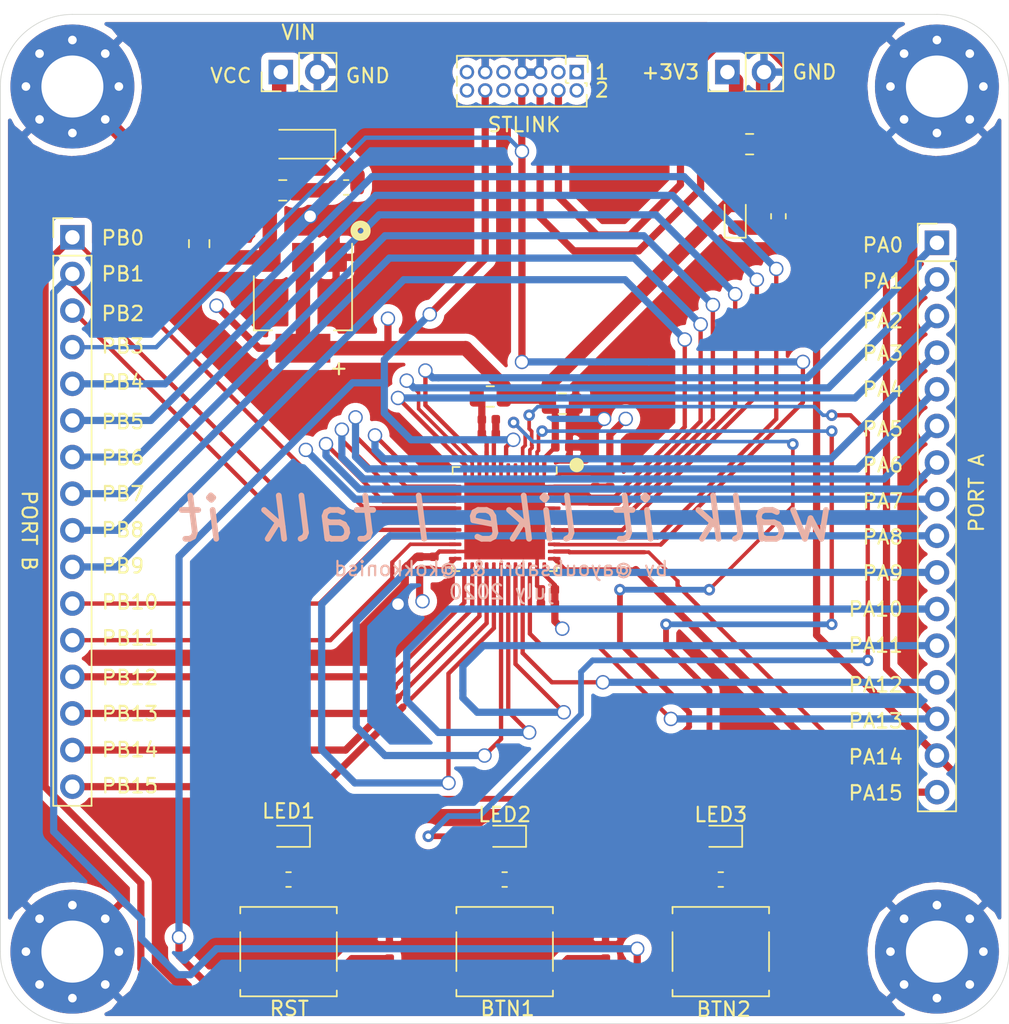
<source format=kicad_pcb>
(kicad_pcb (version 20171130) (host pcbnew 5.1.6-c6e7f7d~87~ubuntu18.04.1)
  (layers (0 F.Cu signal) (1 In1.Cu power) (2 In2.Cu power) (31 B.Cu signal) (34 B.Paste user) (35 F.Paste user) (36 B.SilkS user) (37 F.SilkS user) (38 B.Mask user) (39 F.Mask user) (44 Edge.Cuts user))
  (net 0 "")
  (net 1 +3V3)
  (net 2 BOOT0)
  (net 3 +3.3VA)
  (net 4 "Net-(C11-Pad1)")
  (net 5 NRST)
  (net 6 BTN1)
  (net 7 BTN2)
  (net 8 "Net-(D1-Pad1)")
  (net 9 VCC)
  (net 10 "Net-(D2-Pad1)")
  (net 11 "Net-(D3-Pad1)")
  (net 12 LED_BLUE)
  (net 13 LED_GREEN)
  (net 14 "Net-(D4-Pad1)")
  (net 15 LED_RED)
  (net 16 "Net-(D5-Pad1)")
  (net 17 "Net-(F1-Pad2)")
  (net 18 "Net-(J2-Pad1)")
  (net 19 "Net-(J2-Pad2)")
  (net 20 SWDIO)
  (net 21 SWCLK)
  (net 22 SWO)
  (net 23 "Net-(J2-Pad9)")
  (net 24 "Net-(J2-Pad10)")
  (net 25 "Net-(J2-Pad13)")
  (net 26 "Net-(J2-Pad14)")
  (net 27 "Net-(J4-Pad16)")
  (net 28 "Net-(J4-Pad15)")
  (net 29 "Net-(J4-Pad14)")
  (net 30 "Net-(J4-Pad13)")
  (net 31 "Net-(J4-Pad12)")
  (net 32 "Net-(J4-Pad11)")
  (net 33 "Net-(J4-Pad10)")
  (net 34 "Net-(J4-Pad9)")
  (net 35 "Net-(J4-Pad8)")
  (net 36 "Net-(J4-Pad7)")
  (net 37 "Net-(J4-Pad6)")
  (net 38 "Net-(J4-Pad5)")
  (net 39 "Net-(J4-Pad3)")
  (net 40 "Net-(J5-Pad1)")
  (net 41 "Net-(J5-Pad2)")
  (net 42 "Net-(J5-Pad3)")
  (net 43 "Net-(J5-Pad4)")
  (net 44 "Net-(J5-Pad5)")
  (net 45 "Net-(J5-Pad6)")
  (net 46 "Net-(J5-Pad7)")
  (net 47 "Net-(J5-Pad8)")
  (net 48 "Net-(J5-Pad9)")
  (net 49 "Net-(J5-Pad10)")
  (net 50 "Net-(J5-Pad11)")
  (net 51 "Net-(J5-Pad12)")
  (net 52 "Net-(J5-Pad13)")
  (net 53 "Net-(J5-Pad16)")
  (net 54 "Net-(U2-Pad5)")
  (net 55 "Net-(U2-Pad6)")
  (module Capacitor_SMD:C_0805_2012Metric (layer F.Cu) (at 79 47)
    (fp_text reference C1)
    (fp_text value "10 uF")
    (pad 1 smd roundrect (at -0.9375 0) (size 0.975 1.4) (layers F.Cu F.Paste F.Mask) (net 1 +3V3))
    (pad 2 smd roundrect (at 0.9375 0) (size 0.975 1.4) (layers F.Cu F.Paste F.Mask) (net 2 BOOT0))
  )
  (module Capacitor_SMD:C_0402_1005Metric (layer F.Cu) (at 79 50)
    (fp_text reference C2)
    (fp_text value "100 nF")
    (pad 2 smd roundrect (at 0.485 0) (size 0.59 0.64) (layers F.Cu F.Paste F.Mask) (net 2 BOOT0))
    (pad 1 smd roundrect (at -0.485 0) (size 0.59 0.64) (layers F.Cu F.Paste F.Mask) (net 1 +3V3))
  )
  (module Capacitor_SMD:C_0402_1005Metric (layer F.Cu) (at 69.1 58.1 90)
    (fp_text reference C3)
    (fp_text value "100 nF")
    (pad 2 smd roundrect (at 0.485 0 90) (size 0.59 0.64) (layers F.Cu F.Paste F.Mask) (net 2 BOOT0))
    (pad 1 smd roundrect (at -0.485 0 90) (size 0.59 0.64) (layers F.Cu F.Paste F.Mask) (net 1 +3V3))
  )
  (module Capacitor_SMD:C_0402_1005Metric (layer F.Cu) (at 78 59.9 180)
    (fp_text reference C4)
    (fp_text value "100 nF")
    (pad 2 smd roundrect (at 0.485 0 180) (size 0.59 0.64) (layers F.Cu F.Paste F.Mask) (net 2 BOOT0))
    (pad 1 smd roundrect (at -0.485 0 180) (size 0.59 0.64) (layers F.Cu F.Paste F.Mask) (net 1 +3V3))
  )
  (module Capacitor_SMD:C_0402_1005Metric (layer F.Cu) (at 70.1 58.1 90)
    (fp_text reference C5)
    (fp_text value "100 nF")
    (pad 1 smd roundrect (at -0.485 0 90) (size 0.59 0.64) (layers F.Cu F.Paste F.Mask) (net 1 +3V3))
    (pad 2 smd roundrect (at 0.485 0 90) (size 0.59 0.64) (layers F.Cu F.Paste F.Mask) (net 2 BOOT0))
  )
  (module Capacitor_SMD:C_0402_1005Metric (layer F.Cu) (at 81.3 52.3 270)
    (fp_text reference C6)
    (fp_text value "100 nF")
    (pad 2 smd roundrect (at 0.485 0 270) (size 0.59 0.64) (layers F.Cu F.Paste F.Mask) (net 2 BOOT0))
    (pad 1 smd roundrect (at -0.485 0 270) (size 0.59 0.64) (layers F.Cu F.Paste F.Mask) (net 1 +3V3))
  )
  (module Capacitor_SMD:C_0402_1005Metric (layer F.Cu) (at 82.3 52.3 270)
    (fp_text reference C7)
    (fp_text value "100 nF")
    (pad 1 smd roundrect (at -0.485 0 270) (size 0.59 0.64) (layers F.Cu F.Paste F.Mask) (net 1 +3V3))
    (pad 2 smd roundrect (at 0.485 0 270) (size 0.59 0.64) (layers F.Cu F.Paste F.Mask) (net 2 BOOT0))
  )
  (module Capacitor_SMD:C_0402_1005Metric (layer F.Cu) (at 78 60.9 180)
    (fp_text reference C8)
    (fp_text value "100 nF")
    (pad 2 smd roundrect (at 0.485 0 180) (size 0.59 0.64) (layers F.Cu F.Paste F.Mask) (net 2 BOOT0))
    (pad 1 smd roundrect (at -0.485 0 180) (size 0.59 0.64) (layers F.Cu F.Paste F.Mask) (net 1 +3V3))
  )
  (module Capacitor_SMD:C_0402_1005Metric (layer F.Cu) (at 73.9 48.1)
    (fp_text reference C9)
    (fp_text value "100 nF")
    (pad 2 smd roundrect (at 0.485 0) (size 0.59 0.64) (layers F.Cu F.Paste F.Mask) (net 2 BOOT0))
    (pad 1 smd roundrect (at -0.485 0) (size 0.59 0.64) (layers F.Cu F.Paste F.Mask) (net 3 +3.3VA))
  )
  (module Capacitor_SMD:C_0402_1005Metric (layer F.Cu) (at 73.9 49.1)
    (fp_text reference C10)
    (fp_text value "10 nF")
    (pad 1 smd roundrect (at -0.485 0) (size 0.59 0.64) (layers F.Cu F.Paste F.Mask) (net 3 +3.3VA))
    (pad 2 smd roundrect (at 0.485 0) (size 0.59 0.64) (layers F.Cu F.Paste F.Mask) (net 2 BOOT0))
  )
  (module Capacitor_SMD:C_0805_2012Metric (layer F.Cu) (at 53.8 35.9 90)
    (fp_text reference C11)
    (fp_text value "10 uF")
    (pad 1 smd roundrect (at -0.9375 0 90) (size 0.975 1.4) (layers F.Cu F.Paste F.Mask) (net 4 "Net-(C11-Pad1)"))
    (pad 2 smd roundrect (at 0.9375 0 90) (size 0.975 1.4) (layers F.Cu F.Paste F.Mask) (net 2 BOOT0))
  )
  (module Capacitor_SMD:C_0805_2012Metric (layer F.Cu) (at 92 29)
    (fp_text reference C12)
    (fp_text value "10 uF")
    (pad 2 smd roundrect (at 0.9375 0) (size 0.975 1.4) (layers F.Cu F.Paste F.Mask) (net 2 BOOT0))
    (pad 1 smd roundrect (at -0.9375 0) (size 0.975 1.4) (layers F.Cu F.Paste F.Mask) (net 1 +3V3))
  )
  (module Capacitor_SMD:C_0402_1005Metric (layer F.Cu) (at 67 85 90)
    (fp_text reference C13)
    (fp_text value "100 nF")
    (pad 1 smd roundrect (at -0.485 0 90) (size 0.59 0.64) (layers F.Cu F.Paste F.Mask) (net 5 NRST))
    (pad 2 smd roundrect (at 0.485 0 90) (size 0.59 0.64) (layers F.Cu F.Paste F.Mask) (net 2 BOOT0))
  )
  (module Capacitor_SMD:C_0402_1005Metric (layer F.Cu) (at 82 85 90)
    (fp_text reference C14)
    (fp_text value "100 nF")
    (pad 1 smd roundrect (at -0.485 0 90) (size 0.59 0.64) (layers F.Cu F.Paste F.Mask) (net 6 BTN1))
    (pad 2 smd roundrect (at 0.485 0 90) (size 0.59 0.64) (layers F.Cu F.Paste F.Mask) (net 2 BOOT0))
  )
  (module Capacitor_SMD:C_0402_1005Metric (layer F.Cu) (at 97 85 90)
    (fp_text reference C15)
    (fp_text value "100 nF")
    (pad 2 smd roundrect (at 0.485 0 90) (size 0.59 0.64) (layers F.Cu F.Paste F.Mask) (net 2 BOOT0))
    (pad 1 smd roundrect (at -0.485 0 90) (size 0.59 0.64) (layers F.Cu F.Paste F.Mask) (net 7 BTN2))
  )
  (module Diode_SMD:D_SOD-123 (layer F.Cu) (at 61 29 180)
    (fp_text reference D1)
    (fp_text value B5819W)
    (pad 1 smd rect (at -1.65 0 180) (size 0.9 1.2) (layers F.Cu F.Paste F.Mask) (net 8 "Net-(D1-Pad1)"))
    (pad 2 smd rect (at 1.65 0 180) (size 0.9 1.2) (layers F.Cu F.Paste F.Mask) (net 9 VCC))
  )
  (module LED_SMD:LED_0603_1608Metric (layer F.Cu) (at 91 34 90)
    (fp_text reference D2)
    (fp_text value LED_PWR)
    (pad 1 smd roundrect (at -0.7875 0 90) (size 0.875 0.95) (layers F.Cu F.Paste F.Mask) (net 10 "Net-(D2-Pad1)"))
    (pad 2 smd roundrect (at 0.7875 0 90) (size 0.875 0.95) (layers F.Cu F.Paste F.Mask) (net 1 +3V3))
  )
  (module LED_SMD:LED_0603_1608Metric (layer F.Cu) (at 60 77 180)
    (fp_text reference D3)
    (fp_text value LED_Blue)
    (pad 1 smd roundrect (at -0.7875 0 180) (size 0.875 0.95) (layers F.Cu F.Paste F.Mask) (net 11 "Net-(D3-Pad1)"))
    (pad 2 smd roundrect (at 0.7875 0 180) (size 0.875 0.95) (layers F.Cu F.Paste F.Mask) (net 12 LED_BLUE))
  )
  (module LED_SMD:LED_0603_1608Metric (layer F.Cu) (at 75 77 180)
    (fp_text reference D4)
    (fp_text value LED_Green)
    (pad 2 smd roundrect (at 0.7875 0 180) (size 0.875 0.95) (layers F.Cu F.Paste F.Mask) (net 13 LED_GREEN))
    (pad 1 smd roundrect (at -0.7875 0 180) (size 0.875 0.95) (layers F.Cu F.Paste F.Mask) (net 14 "Net-(D4-Pad1)"))
  )
  (module LED_SMD:LED_0603_1608Metric (layer F.Cu) (at 90 77 180)
    (fp_text reference D5)
    (fp_text value LED_Red)
    (pad 2 smd roundrect (at 0.7875 0 180) (size 0.875 0.95) (layers F.Cu F.Paste F.Mask) (net 15 LED_RED))
    (pad 1 smd roundrect (at -0.7875 0 180) (size 0.875 0.95) (layers F.Cu F.Paste F.Mask) (net 16 "Net-(D5-Pad1)"))
  )
  (module Fuse:Fuse_0603_1608Metric (layer F.Cu) (at 64 32 180)
    (fp_text reference F1)
    (fp_text value Fuse_Small)
    (pad 1 smd roundrect (at -0.7875 0 180) (size 0.875 0.95) (layers F.Cu F.Paste F.Mask) (net 8 "Net-(D1-Pad1)"))
    (pad 2 smd roundrect (at 0.7875 0 180) (size 0.875 0.95) (layers F.Cu F.Paste F.Mask) (net 17 "Net-(F1-Pad2)"))
  )
  (module Inductor_SMD:L_0805_2012Metric (layer F.Cu) (at 74 46.5)
    (fp_text reference FB1)
    (fp_text value "100 @ 100 MHz")
    (pad 2 smd roundrect (at 0.9375 0) (size 0.975 1.4) (layers F.Cu F.Paste F.Mask) (net 1 +3V3))
    (pad 1 smd roundrect (at -0.9375 0) (size 0.975 1.4) (layers F.Cu F.Paste F.Mask) (net 3 +3.3VA))
  )
  (module Inductor_SMD:L_0805_2012Metric (layer F.Cu) (at 59.6 32.2)
    (fp_text reference FB2)
    (fp_text value "100 @ 100 MHz")
    (pad 1 smd roundrect (at -0.9375 0) (size 0.975 1.4) (layers F.Cu F.Paste F.Mask) (net 4 "Net-(C11-Pad1)"))
    (pad 2 smd roundrect (at 0.9375 0) (size 0.975 1.4) (layers F.Cu F.Paste F.Mask) (net 17 "Net-(F1-Pad2)"))
  )
  (module MountingHole:MountingHole_4.3mm_M4_Pad_Via (layer F.Cu) (at 105 25)
    (fp_text reference H1)
    (fp_text value MountingHole_Pad)
    (pad 1 thru_hole circle (at 2.280419 -2.280419) (size 0.9 0.9) (drill 0.6) (layers *.Cu *.Mask) (net 2 BOOT0))
    (pad 1 thru_hole circle (at 0 -3.225) (size 0.9 0.9) (drill 0.6) (layers *.Cu *.Mask) (net 2 BOOT0))
    (pad 1 thru_hole circle (at -2.280419 -2.280419) (size 0.9 0.9) (drill 0.6) (layers *.Cu *.Mask) (net 2 BOOT0))
    (pad 1 thru_hole circle (at -3.225 0) (size 0.9 0.9) (drill 0.6) (layers *.Cu *.Mask) (net 2 BOOT0))
    (pad 1 thru_hole circle (at -2.280419 2.280419) (size 0.9 0.9) (drill 0.6) (layers *.Cu *.Mask) (net 2 BOOT0))
    (pad 1 thru_hole circle (at 0 3.225) (size 0.9 0.9) (drill 0.6) (layers *.Cu *.Mask) (net 2 BOOT0))
    (pad 1 thru_hole circle (at 2.280419 2.280419) (size 0.9 0.9) (drill 0.6) (layers *.Cu *.Mask) (net 2 BOOT0))
    (pad 1 thru_hole circle (at 3.225 0) (size 0.9 0.9) (drill 0.6) (layers *.Cu *.Mask) (net 2 BOOT0))
    (pad 1 thru_hole circle (at 0 0) (size 8.6 8.6) (drill 4.3) (layers *.Cu *.Mask) (net 2 BOOT0))
  )
  (module MountingHole:MountingHole_4.3mm_M4_Pad_Via (layer F.Cu) (at 45 25)
    (fp_text reference H2)
    (fp_text value MountingHole_Pad)
    (pad 1 thru_hole circle (at 0 0) (size 8.6 8.6) (drill 4.3) (layers *.Cu *.Mask) (net 2 BOOT0))
    (pad 1 thru_hole circle (at 3.225 0) (size 0.9 0.9) (drill 0.6) (layers *.Cu *.Mask) (net 2 BOOT0))
    (pad 1 thru_hole circle (at 2.280419 2.280419) (size 0.9 0.9) (drill 0.6) (layers *.Cu *.Mask) (net 2 BOOT0))
    (pad 1 thru_hole circle (at 0 3.225) (size 0.9 0.9) (drill 0.6) (layers *.Cu *.Mask) (net 2 BOOT0))
    (pad 1 thru_hole circle (at -2.280419 2.280419) (size 0.9 0.9) (drill 0.6) (layers *.Cu *.Mask) (net 2 BOOT0))
    (pad 1 thru_hole circle (at -3.225 0) (size 0.9 0.9) (drill 0.6) (layers *.Cu *.Mask) (net 2 BOOT0))
    (pad 1 thru_hole circle (at -2.280419 -2.280419) (size 0.9 0.9) (drill 0.6) (layers *.Cu *.Mask) (net 2 BOOT0))
    (pad 1 thru_hole circle (at 0 -3.225) (size 0.9 0.9) (drill 0.6) (layers *.Cu *.Mask) (net 2 BOOT0))
    (pad 1 thru_hole circle (at 2.280419 -2.280419) (size 0.9 0.9) (drill 0.6) (layers *.Cu *.Mask) (net 2 BOOT0))
  )
  (module MountingHole:MountingHole_4.3mm_M4_Pad_Via (layer F.Cu) (at 105 85)
    (fp_text reference H3)
    (fp_text value MountingHole_Pad)
    (pad 1 thru_hole circle (at 2.280419 -2.280419) (size 0.9 0.9) (drill 0.6) (layers *.Cu *.Mask) (net 2 BOOT0))
    (pad 1 thru_hole circle (at 0 -3.225) (size 0.9 0.9) (drill 0.6) (layers *.Cu *.Mask) (net 2 BOOT0))
    (pad 1 thru_hole circle (at -2.280419 -2.280419) (size 0.9 0.9) (drill 0.6) (layers *.Cu *.Mask) (net 2 BOOT0))
    (pad 1 thru_hole circle (at -3.225 0) (size 0.9 0.9) (drill 0.6) (layers *.Cu *.Mask) (net 2 BOOT0))
    (pad 1 thru_hole circle (at -2.280419 2.280419) (size 0.9 0.9) (drill 0.6) (layers *.Cu *.Mask) (net 2 BOOT0))
    (pad 1 thru_hole circle (at 0 3.225) (size 0.9 0.9) (drill 0.6) (layers *.Cu *.Mask) (net 2 BOOT0))
    (pad 1 thru_hole circle (at 2.280419 2.280419) (size 0.9 0.9) (drill 0.6) (layers *.Cu *.Mask) (net 2 BOOT0))
    (pad 1 thru_hole circle (at 3.225 0) (size 0.9 0.9) (drill 0.6) (layers *.Cu *.Mask) (net 2 BOOT0))
    (pad 1 thru_hole circle (at 0 0) (size 8.6 8.6) (drill 4.3) (layers *.Cu *.Mask) (net 2 BOOT0))
  )
  (module MountingHole:MountingHole_4.3mm_M4_Pad_Via (layer F.Cu) (at 45 85)
    (fp_text reference H4)
    (fp_text value MountingHole_Pad)
    (pad 1 thru_hole circle (at 0 0) (size 8.6 8.6) (drill 4.3) (layers *.Cu *.Mask) (net 2 BOOT0))
    (pad 1 thru_hole circle (at 3.225 0) (size 0.9 0.9) (drill 0.6) (layers *.Cu *.Mask) (net 2 BOOT0))
    (pad 1 thru_hole circle (at 2.280419 2.280419) (size 0.9 0.9) (drill 0.6) (layers *.Cu *.Mask) (net 2 BOOT0))
    (pad 1 thru_hole circle (at 0 3.225) (size 0.9 0.9) (drill 0.6) (layers *.Cu *.Mask) (net 2 BOOT0))
    (pad 1 thru_hole circle (at -2.280419 2.280419) (size 0.9 0.9) (drill 0.6) (layers *.Cu *.Mask) (net 2 BOOT0))
    (pad 1 thru_hole circle (at -3.225 0) (size 0.9 0.9) (drill 0.6) (layers *.Cu *.Mask) (net 2 BOOT0))
    (pad 1 thru_hole circle (at -2.280419 -2.280419) (size 0.9 0.9) (drill 0.6) (layers *.Cu *.Mask) (net 2 BOOT0))
    (pad 1 thru_hole circle (at 0 -3.225) (size 0.9 0.9) (drill 0.6) (layers *.Cu *.Mask) (net 2 BOOT0))
    (pad 1 thru_hole circle (at 2.280419 -2.280419) (size 0.9 0.9) (drill 0.6) (layers *.Cu *.Mask) (net 2 BOOT0))
  )
  (module Connector_PinHeader_2.54mm:PinHeader_1x02_P2.54mm_Vertical (layer F.Cu) (at 59.46 24 90)
    (fp_text reference J1)
    (fp_text value Conn_VIN)
    (pad 1 thru_hole rect (at 0 0 90) (size 1.7 1.7) (drill 1) (layers *.Cu *.Mask) (net 9 VCC))
    (pad 2 thru_hole oval (at 0 2.54 90) (size 1.7 1.7) (drill 1) (layers *.Cu *.Mask) (net 2 BOOT0))
  )
  (module Connector_PinHeader_1.27mm:PinHeader_2x07_P1.27mm_Vertical (layer F.Cu) (at 80 24 270)
    (fp_text reference J2)
    (fp_text value Conn_02x07_Odd_Even)
    (pad 1 thru_hole rect (at 0 0 270) (size 1 1) (drill 0.65) (layers *.Cu *.Mask) (net 18 "Net-(J2-Pad1)"))
    (pad 2 thru_hole oval (at 1.27 0 270) (size 1 1) (drill 0.65) (layers *.Cu *.Mask) (net 19 "Net-(J2-Pad2)"))
    (pad 3 thru_hole oval (at 0 1.27 270) (size 1 1) (drill 0.65) (layers *.Cu *.Mask) (net 1 +3V3))
    (pad 4 thru_hole oval (at 1.27 1.27 270) (size 1 1) (drill 0.65) (layers *.Cu *.Mask) (net 20 SWDIO))
    (pad 5 thru_hole oval (at 0 2.54 270) (size 1 1) (drill 0.65) (layers *.Cu *.Mask) (net 2 BOOT0))
    (pad 6 thru_hole oval (at 1.27 2.54 270) (size 1 1) (drill 0.65) (layers *.Cu *.Mask) (net 21 SWCLK))
    (pad 7 thru_hole oval (at 0 3.81 270) (size 1 1) (drill 0.65) (layers *.Cu *.Mask) (net 2 BOOT0))
    (pad 8 thru_hole oval (at 1.27 3.81 270) (size 1 1) (drill 0.65) (layers *.Cu *.Mask) (net 22 SWO))
    (pad 9 thru_hole oval (at 0 5.08 270) (size 1 1) (drill 0.65) (layers *.Cu *.Mask) (net 23 "Net-(J2-Pad9)"))
    (pad 10 thru_hole oval (at 1.27 5.08 270) (size 1 1) (drill 0.65) (layers *.Cu *.Mask) (net 24 "Net-(J2-Pad10)"))
    (pad 11 thru_hole oval (at 0 6.35 270) (size 1 1) (drill 0.65) (layers *.Cu *.Mask) (net 2 BOOT0))
    (pad 12 thru_hole oval (at 1.27 6.35 270) (size 1 1) (drill 0.65) (layers *.Cu *.Mask) (net 5 NRST))
    (pad 13 thru_hole oval (at 0 7.62 270) (size 1 1) (drill 0.65) (layers *.Cu *.Mask) (net 25 "Net-(J2-Pad13)"))
    (pad 14 thru_hole oval (at 1.27 7.62 270) (size 1 1) (drill 0.65) (layers *.Cu *.Mask) (net 26 "Net-(J2-Pad14)"))
  )
  (module Connector_PinHeader_2.54mm:PinHeader_1x02_P2.54mm_Vertical (layer F.Cu) (at 90.46 24 90)
    (fp_text reference J3)
    (fp_text value Conn_3V3)
    (pad 2 thru_hole oval (at 0 2.54 90) (size 1.7 1.7) (drill 1) (layers *.Cu *.Mask) (net 2 BOOT0))
    (pad 1 thru_hole rect (at 0 0 90) (size 1.7 1.7) (drill 1) (layers *.Cu *.Mask) (net 1 +3V3))
  )
  (module Connector_PinHeader_2.54mm:PinHeader_1x16_P2.54mm_Vertical (layer F.Cu) (at 45 35.46)
    (fp_text reference J4)
    (fp_text value Conn_PortB)
    (pad 16 thru_hole oval (at 0 38.1) (size 1.7 1.7) (drill 1) (layers *.Cu *.Mask) (net 27 "Net-(J4-Pad16)"))
    (pad 15 thru_hole oval (at 0 35.56) (size 1.7 1.7) (drill 1) (layers *.Cu *.Mask) (net 28 "Net-(J4-Pad15)"))
    (pad 14 thru_hole oval (at 0 33.02) (size 1.7 1.7) (drill 1) (layers *.Cu *.Mask) (net 29 "Net-(J4-Pad14)"))
    (pad 13 thru_hole oval (at 0 30.48) (size 1.7 1.7) (drill 1) (layers *.Cu *.Mask) (net 30 "Net-(J4-Pad13)"))
    (pad 12 thru_hole oval (at 0 27.94) (size 1.7 1.7) (drill 1) (layers *.Cu *.Mask) (net 31 "Net-(J4-Pad12)"))
    (pad 11 thru_hole oval (at 0 25.4) (size 1.7 1.7) (drill 1) (layers *.Cu *.Mask) (net 32 "Net-(J4-Pad11)"))
    (pad 10 thru_hole oval (at 0 22.86) (size 1.7 1.7) (drill 1) (layers *.Cu *.Mask) (net 33 "Net-(J4-Pad10)"))
    (pad 9 thru_hole oval (at 0 20.32) (size 1.7 1.7) (drill 1) (layers *.Cu *.Mask) (net 34 "Net-(J4-Pad9)"))
    (pad 8 thru_hole oval (at 0 17.78) (size 1.7 1.7) (drill 1) (layers *.Cu *.Mask) (net 35 "Net-(J4-Pad8)"))
    (pad 7 thru_hole oval (at 0 15.24) (size 1.7 1.7) (drill 1) (layers *.Cu *.Mask) (net 36 "Net-(J4-Pad7)"))
    (pad 6 thru_hole oval (at 0 12.7) (size 1.7 1.7) (drill 1) (layers *.Cu *.Mask) (net 37 "Net-(J4-Pad6)"))
    (pad 5 thru_hole oval (at 0 10.16) (size 1.7 1.7) (drill 1) (layers *.Cu *.Mask) (net 38 "Net-(J4-Pad5)"))
    (pad 4 thru_hole oval (at 0 7.62) (size 1.7 1.7) (drill 1) (layers *.Cu *.Mask) (net 22 SWO))
    (pad 3 thru_hole oval (at 0 5.08) (size 1.7 1.7) (drill 1) (layers *.Cu *.Mask) (net 39 "Net-(J4-Pad3)"))
    (pad 2 thru_hole oval (at 0 2.54) (size 1.7 1.7) (drill 1) (layers *.Cu *.Mask) (net 7 BTN2))
    (pad 1 thru_hole rect (at 0 0) (size 1.7 1.7) (drill 1) (layers *.Cu *.Mask) (net 6 BTN1))
  )
  (module Connector_PinHeader_2.54mm:PinHeader_1x16_P2.54mm_Vertical (layer F.Cu) (at 105 35.84)
    (fp_text reference J5)
    (fp_text value Conn_PortA)
    (pad 1 thru_hole rect (at 0 0) (size 1.7 1.7) (drill 1) (layers *.Cu *.Mask) (net 40 "Net-(J5-Pad1)"))
    (pad 2 thru_hole oval (at 0 2.54) (size 1.7 1.7) (drill 1) (layers *.Cu *.Mask) (net 41 "Net-(J5-Pad2)"))
    (pad 3 thru_hole oval (at 0 5.08) (size 1.7 1.7) (drill 1) (layers *.Cu *.Mask) (net 42 "Net-(J5-Pad3)"))
    (pad 4 thru_hole oval (at 0 7.62) (size 1.7 1.7) (drill 1) (layers *.Cu *.Mask) (net 43 "Net-(J5-Pad4)"))
    (pad 5 thru_hole oval (at 0 10.16) (size 1.7 1.7) (drill 1) (layers *.Cu *.Mask) (net 44 "Net-(J5-Pad5)"))
    (pad 6 thru_hole oval (at 0 12.7) (size 1.7 1.7) (drill 1) (layers *.Cu *.Mask) (net 45 "Net-(J5-Pad6)"))
    (pad 7 thru_hole oval (at 0 15.24) (size 1.7 1.7) (drill 1) (layers *.Cu *.Mask) (net 46 "Net-(J5-Pad7)"))
    (pad 8 thru_hole oval (at 0 17.78) (size 1.7 1.7) (drill 1) (layers *.Cu *.Mask) (net 47 "Net-(J5-Pad8)"))
    (pad 9 thru_hole oval (at 0 20.32) (size 1.7 1.7) (drill 1) (layers *.Cu *.Mask) (net 48 "Net-(J5-Pad9)"))
    (pad 10 thru_hole oval (at 0 22.86) (size 1.7 1.7) (drill 1) (layers *.Cu *.Mask) (net 49 "Net-(J5-Pad10)"))
    (pad 11 thru_hole oval (at 0 25.4) (size 1.7 1.7) (drill 1) (layers *.Cu *.Mask) (net 50 "Net-(J5-Pad11)"))
    (pad 12 thru_hole oval (at 0 27.94) (size 1.7 1.7) (drill 1) (layers *.Cu *.Mask) (net 51 "Net-(J5-Pad12)"))
    (pad 13 thru_hole oval (at 0 30.48) (size 1.7 1.7) (drill 1) (layers *.Cu *.Mask) (net 52 "Net-(J5-Pad13)"))
    (pad 14 thru_hole oval (at 0 33.02) (size 1.7 1.7) (drill 1) (layers *.Cu *.Mask) (net 20 SWDIO))
    (pad 15 thru_hole oval (at 0 35.56) (size 1.7 1.7) (drill 1) (layers *.Cu *.Mask) (net 21 SWCLK))
    (pad 16 thru_hole oval (at 0 38.1) (size 1.7 1.7) (drill 1) (layers *.Cu *.Mask) (net 53 "Net-(J5-Pad16)"))
  )
  (module Resistor_SMD:R_0603_1608Metric (layer F.Cu) (at 94 34 90)
    (fp_text reference R1)
    (fp_text value 510)
    (pad 1 smd roundrect (at -0.7875 0 90) (size 0.875 0.95) (layers F.Cu F.Paste F.Mask) (net 10 "Net-(D2-Pad1)"))
    (pad 2 smd roundrect (at 0.7875 0 90) (size 0.875 0.95) (layers F.Cu F.Paste F.Mask) (net 2 BOOT0))
  )
  (module Resistor_SMD:R_0603_1608Metric (layer F.Cu) (at 60 80 180)
    (fp_text reference R2)
    (fp_text value 510)
    (pad 2 smd roundrect (at 0.7875 0 180) (size 0.875 0.95) (layers F.Cu F.Paste F.Mask) (net 2 BOOT0))
    (pad 1 smd roundrect (at -0.7875 0 180) (size 0.875 0.95) (layers F.Cu F.Paste F.Mask) (net 11 "Net-(D3-Pad1)"))
  )
  (module Resistor_SMD:R_0603_1608Metric (layer F.Cu) (at 75 80 180)
    (fp_text reference R3)
    (fp_text value 510)
    (pad 1 smd roundrect (at -0.7875 0 180) (size 0.875 0.95) (layers F.Cu F.Paste F.Mask) (net 14 "Net-(D4-Pad1)"))
    (pad 2 smd roundrect (at 0.7875 0 180) (size 0.875 0.95) (layers F.Cu F.Paste F.Mask) (net 2 BOOT0))
  )
  (module Resistor_SMD:R_0603_1608Metric (layer F.Cu) (at 90 80 180)
    (fp_text reference R4)
    (fp_text value 510)
    (pad 2 smd roundrect (at 0.7875 0 180) (size 0.875 0.95) (layers F.Cu F.Paste F.Mask) (net 2 BOOT0))
    (pad 1 smd roundrect (at -0.7875 0 180) (size 0.875 0.95) (layers F.Cu F.Paste F.Mask) (net 16 "Net-(D5-Pad1)"))
  )
  (module Button_Switch_SMD:SW_SPST_EVQP0 (layer F.Cu) (at 60 85)
    (fp_text reference SW1)
    (fp_text value SW_Push)
    (pad 1 smd rect (at 2.88 -2) (size 2.75 1) (layers F.Cu F.Paste F.Mask) (net 2 BOOT0))
    (pad 1 smd rect (at -2.88 -2) (size 2.75 1) (layers F.Cu F.Paste F.Mask) (net 2 BOOT0))
    (pad 2 smd rect (at -2.88 2) (size 2.75 1) (layers F.Cu F.Paste F.Mask) (net 5 NRST))
    (pad 2 smd rect (at 2.88 2) (size 2.75 1) (layers F.Cu F.Paste F.Mask) (net 5 NRST))
  )
  (module Button_Switch_SMD:SW_SPST_EVQP0 (layer F.Cu) (at 75 85)
    (fp_text reference SW2)
    (fp_text value SW_Push)
    (pad 2 smd rect (at 2.88 2) (size 2.75 1) (layers F.Cu F.Paste F.Mask) (net 6 BTN1))
    (pad 2 smd rect (at -2.88 2) (size 2.75 1) (layers F.Cu F.Paste F.Mask) (net 6 BTN1))
    (pad 1 smd rect (at -2.88 -2) (size 2.75 1) (layers F.Cu F.Paste F.Mask) (net 2 BOOT0))
    (pad 1 smd rect (at 2.88 -2) (size 2.75 1) (layers F.Cu F.Paste F.Mask) (net 2 BOOT0))
  )
  (module Button_Switch_SMD:SW_SPST_EVQP0 (layer F.Cu) (at 90 85)
    (fp_text reference SW3)
    (fp_text value SW_Push)
    (pad 1 smd rect (at 2.88 -2) (size 2.75 1) (layers F.Cu F.Paste F.Mask) (net 2 BOOT0))
    (pad 1 smd rect (at -2.88 -2) (size 2.75 1) (layers F.Cu F.Paste F.Mask) (net 2 BOOT0))
    (pad 2 smd rect (at -2.88 2) (size 2.75 1) (layers F.Cu F.Paste F.Mask) (net 7 BTN2))
    (pad 2 smd rect (at 2.88 2) (size 2.75 1) (layers F.Cu F.Paste F.Mask) (net 7 BTN2))
  )
  (module Package_TO_SOT_SMD:SOT-223-3_TabPin2 (layer F.Cu) (at 61 40 270)
    (fp_text reference U1)
    (fp_text value AMS1117-3.3)
    (pad 2 smd rect (at 3.15 0 270) (size 2 3.8) (layers F.Cu F.Paste F.Mask) (net 1 +3V3))
    (pad 2 smd rect (at -3.15 0 270) (size 2 1.5) (layers F.Cu F.Paste F.Mask) (net 1 +3V3))
    (pad 3 smd rect (at -3.15 2.3 270) (size 2 1.5) (layers F.Cu F.Paste F.Mask) (net 4 "Net-(C11-Pad1)"))
    (pad 1 smd rect (at -3.15 -2.3 270) (size 2 1.5) (layers F.Cu F.Paste F.Mask) (net 2 BOOT0))
  )
  (module Package_DFN_QFN:QFN-48-1EP_7x7mm_P0.5mm_EP5.6x5.6mm (layer F.Cu) (at 75 55 270)
    (fp_text reference U2)
    (fp_text value STM32L452CEU6)
    (pad 1 smd roundrect (at -3.4375 -2.75 270) (size 0.875 0.25) (layers F.Cu F.Paste F.Mask) (net 1 +3V3))
    (pad 2 smd roundrect (at -3.4375 -2.25 270) (size 0.875 0.25) (layers F.Cu F.Paste F.Mask) (net 15 LED_RED))
    (pad 3 smd roundrect (at -3.4375 -1.75 270) (size 0.875 0.25) (layers F.Cu F.Paste F.Mask) (net 13 LED_GREEN))
    (pad 4 smd roundrect (at -3.4375 -1.25 270) (size 0.875 0.25) (layers F.Cu F.Paste F.Mask) (net 12 LED_BLUE))
    (pad 5 smd roundrect (at -3.4375 -0.75 270) (size 0.875 0.25) (layers F.Cu F.Paste F.Mask) (net 54 "Net-(U2-Pad5)"))
    (pad 6 smd roundrect (at -3.4375 -0.25 270) (size 0.875 0.25) (layers F.Cu F.Paste F.Mask) (net 55 "Net-(U2-Pad6)"))
    (pad 7 smd roundrect (at -3.4375 0.25 270) (size 0.875 0.25) (layers F.Cu F.Paste F.Mask) (net 5 NRST))
    (pad 8 smd roundrect (at -3.4375 0.75 270) (size 0.875 0.25) (layers F.Cu F.Paste F.Mask) (net 2 BOOT0))
    (pad 9 smd roundrect (at -3.4375 1.25 270) (size 0.875 0.25) (layers F.Cu F.Paste F.Mask) (net 3 +3.3VA))
    (pad 10 smd roundrect (at -3.4375 1.75 270) (size 0.875 0.25) (layers F.Cu F.Paste F.Mask) (net 40 "Net-(J5-Pad1)"))
    (pad 11 smd roundrect (at -3.4375 2.25 270) (size 0.875 0.25) (layers F.Cu F.Paste F.Mask) (net 41 "Net-(J5-Pad2)"))
    (pad 12 smd roundrect (at -3.4375 2.75 270) (size 0.875 0.25) (layers F.Cu F.Paste F.Mask) (net 42 "Net-(J5-Pad3)"))
    (pad 13 smd roundrect (at -2.75 3.4375 270) (size 0.25 0.875) (layers F.Cu F.Paste F.Mask) (net 43 "Net-(J5-Pad4)"))
    (pad 14 smd roundrect (at -2.25 3.4375 270) (size 0.25 0.875) (layers F.Cu F.Paste F.Mask) (net 44 "Net-(J5-Pad5)"))
    (pad 15 smd roundrect (at -1.75 3.4375 270) (size 0.25 0.875) (layers F.Cu F.Paste F.Mask) (net 45 "Net-(J5-Pad6)"))
    (pad 16 smd roundrect (at -1.25 3.4375 270) (size 0.25 0.875) (layers F.Cu F.Paste F.Mask) (net 46 "Net-(J5-Pad7)"))
    (pad 17 smd roundrect (at -0.75 3.4375 270) (size 0.25 0.875) (layers F.Cu F.Paste F.Mask) (net 47 "Net-(J5-Pad8)"))
    (pad 18 smd roundrect (at -0.25 3.4375 270) (size 0.25 0.875) (layers F.Cu F.Paste F.Mask) (net 6 BTN1))
    (pad 19 smd roundrect (at 0.25 3.4375 270) (size 0.25 0.875) (layers F.Cu F.Paste F.Mask) (net 7 BTN2))
    (pad 20 smd roundrect (at 0.75 3.4375 270) (size 0.25 0.875) (layers F.Cu F.Paste F.Mask) (net 39 "Net-(J4-Pad3)"))
    (pad 21 smd roundrect (at 1.25 3.4375 270) (size 0.25 0.875) (layers F.Cu F.Paste F.Mask) (net 32 "Net-(J4-Pad11)"))
    (pad 22 smd roundrect (at 1.75 3.4375 270) (size 0.25 0.875) (layers F.Cu F.Paste F.Mask) (net 31 "Net-(J4-Pad12)"))
    (pad 23 smd roundrect (at 2.25 3.4375 270) (size 0.25 0.875) (layers F.Cu F.Paste F.Mask) (net 2 BOOT0))
    (pad 24 smd roundrect (at 2.75 3.4375 270) (size 0.25 0.875) (layers F.Cu F.Paste F.Mask) (net 1 +3V3))
    (pad 25 smd roundrect (at 3.4375 2.75 270) (size 0.875 0.25) (layers F.Cu F.Paste F.Mask) (net 30 "Net-(J4-Pad13)"))
    (pad 26 smd roundrect (at 3.4375 2.25 270) (size 0.875 0.25) (layers F.Cu F.Paste F.Mask) (net 29 "Net-(J4-Pad14)"))
    (pad 27 smd roundrect (at 3.4375 1.75 270) (size 0.875 0.25) (layers F.Cu F.Paste F.Mask) (net 28 "Net-(J4-Pad15)"))
    (pad 28 smd roundrect (at 3.4375 1.25 270) (size 0.875 0.25) (layers F.Cu F.Paste F.Mask) (net 27 "Net-(J4-Pad16)"))
    (pad 29 smd roundrect (at 3.4375 0.75 270) (size 0.875 0.25) (layers F.Cu F.Paste F.Mask) (net 48 "Net-(J5-Pad9)"))
    (pad 30 smd roundrect (at 3.4375 0.25 270) (size 0.875 0.25) (layers F.Cu F.Paste F.Mask) (net 49 "Net-(J5-Pad10)"))
    (pad 31 smd roundrect (at 3.4375 -0.25 270) (size 0.875 0.25) (layers F.Cu F.Paste F.Mask) (net 50 "Net-(J5-Pad11)"))
    (pad 32 smd roundrect (at 3.4375 -0.75 270) (size 0.875 0.25) (layers F.Cu F.Paste F.Mask) (net 51 "Net-(J5-Pad12)"))
    (pad 33 smd roundrect (at 3.4375 -1.25 270) (size 0.875 0.25) (layers F.Cu F.Paste F.Mask) (net 52 "Net-(J5-Pad13)"))
    (pad 34 smd roundrect (at 3.4375 -1.75 270) (size 0.875 0.25) (layers F.Cu F.Paste F.Mask) (net 20 SWDIO))
    (pad 35 smd roundrect (at 3.4375 -2.25 270) (size 0.875 0.25) (layers F.Cu F.Paste F.Mask) (net 2 BOOT0))
    (pad 36 smd roundrect (at 3.4375 -2.75 270) (size 0.875 0.25) (layers F.Cu F.Paste F.Mask) (net 1 +3V3))
    (pad 37 smd roundrect (at 2.75 -3.4375 270) (size 0.25 0.875) (layers F.Cu F.Paste F.Mask) (net 21 SWCLK))
    (pad 38 smd roundrect (at 2.25 -3.4375 270) (size 0.25 0.875) (layers F.Cu F.Paste F.Mask) (net 53 "Net-(J5-Pad16)"))
    (pad 39 smd roundrect (at 1.75 -3.4375 270) (size 0.25 0.875) (layers F.Cu F.Paste F.Mask) (net 22 SWO))
    (pad 40 smd roundrect (at 1.25 -3.4375 270) (size 0.25 0.875) (layers F.Cu F.Paste F.Mask) (net 38 "Net-(J4-Pad5)"))
    (pad 41 smd roundrect (at 0.75 -3.4375 270) (size 0.25 0.875) (layers F.Cu F.Paste F.Mask) (net 37 "Net-(J4-Pad6)"))
    (pad 42 smd roundrect (at 0.25 -3.4375 270) (size 0.25 0.875) (layers F.Cu F.Paste F.Mask) (net 36 "Net-(J4-Pad7)"))
    (pad 43 smd roundrect (at -0.25 -3.4375 270) (size 0.25 0.875) (layers F.Cu F.Paste F.Mask) (net 35 "Net-(J4-Pad8)"))
    (pad 44 smd roundrect (at -0.75 -3.4375 270) (size 0.25 0.875) (layers F.Cu F.Paste F.Mask) (net 2 BOOT0))
    (pad 45 smd roundrect (at -1.25 -3.4375 270) (size 0.25 0.875) (layers F.Cu F.Paste F.Mask) (net 34 "Net-(J4-Pad9)"))
    (pad 46 smd roundrect (at -1.75 -3.4375 270) (size 0.25 0.875) (layers F.Cu F.Paste F.Mask) (net 33 "Net-(J4-Pad10)"))
    (pad 47 smd roundrect (at -2.25 -3.4375 270) (size 0.25 0.875) (layers F.Cu F.Paste F.Mask) (net 2 BOOT0))
    (pad 48 smd roundrect (at -2.75 -3.4375 270) (size 0.25 0.875) (layers F.Cu F.Paste F.Mask) (net 1 +3V3))
    (pad 49 smd rect (at 0 0 270) (size 5.6 5.6) (layers F.Cu F.Mask) (net 2 BOOT0))
  )
  (gr_circle (center 65 35) (end 65.2 35) (layer F.SilkS) (width 0.5))
  (gr_circle (center 80 51.25) (end 80.25 51.25) (layer F.SilkS) (width 0.5))
  (gr_text + (at 63.5 44.5) (layer F.SilkS) (effects (font (size 1 1))))
  (gr_text GND (at 96.5 24) (layer F.SilkS) (effects (font (size 1 1))))
  (gr_text +3V3 (at 86.5 24) (layer F.SilkS) (effects (font (size 1 1))))
  (gr_text 2 (at 81.75 25.25) (layer F.SilkS) (effects (font (size 1 1))))
  (gr_text 1 (at 81.75 24) (layer F.SilkS) (effects (font (size 1 1))))
  (gr_text GND (at 65.5 24.25) (layer F.SilkS) (effects (font (size 1 1))))
  (gr_text VCC (at 56 24.25) (layer F.SilkS) (effects (font (size 1 1))))
  (gr_text "by @ayoubsabri & @kokkonisd\njuly 2020" (at 74.75 59.25) (layer B.SilkS) (effects (font (size 1 1)) (justify mirror)))
  (gr_text "walk it like I talk it" (at 75.25 55) (layer B.SilkS) (effects (font (size 3 3) (thickness 0.4) italic) (justify mirror)))
  (gr_text LED3 (at 90 75.5) (layer F.SilkS) (effects (font (size 1 1))))
  (gr_text LED2 (at 75 75.5) (layer F.SilkS) (effects (font (size 1 1))))
  (gr_text LED1 (at 60 75.25) (layer F.SilkS) (effects (font (size 1 1))))
  (gr_text "PORT A" (at 107.75 53.2 90) (layer F.SilkS) (effects (font (size 1 1))))
  (gr_text "PA14\n" (at 100.75 71.5) (layer F.SilkS) (effects (font (size 1 1))))
  (gr_text "PA7\n" (at 101.25 53.75) (layer F.SilkS) (effects (font (size 1 1))))
  (gr_text PA3 (at 101.25 43.5) (layer F.SilkS) (effects (font (size 1 1))))
  (gr_text PA0 (at 101.25 36) (layer F.SilkS) (effects (font (size 1 1))))
  (gr_text PA15 (at 100.75 74) (layer F.SilkS) (effects (font (size 1 1))))
  (gr_text PA11 (at 100.75 63.75) (layer F.SilkS) (effects (font (size 1 1))))
  (gr_text "PA10\n" (at 100.75 61.25) (layer F.SilkS) (effects (font (size 1 1))))
  (gr_text PA5 (at 101.25 48.75) (layer F.SilkS) (effects (font (size 1 1))))
  (gr_text PA9 (at 101.25 58.75) (layer F.SilkS) (effects (font (size 1 1))))
  (gr_text PA12 (at 100.75 66.5) (layer F.SilkS) (effects (font (size 1 1))))
  (gr_text "PA6\n" (at 101.25 51.25) (layer F.SilkS) (effects (font (size 1 1))))
  (gr_text PA1 (at 101.25 38.5) (layer F.SilkS) (effects (font (size 1 1))))
  (gr_text PA4 (at 101.25 46) (layer F.SilkS) (effects (font (size 1 1))))
  (gr_text "PA13\n" (at 100.75 69) (layer F.SilkS) (effects (font (size 1 1))))
  (gr_text PA8 (at 101.25 56.25) (layer F.SilkS) (effects (font (size 1 1))))
  (gr_text PA2 (at 101.25 41.25) (layer F.SilkS) (effects (font (size 1 1))))
  (gr_text PB15 (at 49 73.5) (layer F.SilkS) (effects (font (size 1 1))))
  (gr_text "PB14\n" (at 49 71) (layer F.SilkS) (effects (font (size 1 1))))
  (gr_text "PB13\n" (at 49 68.5) (layer F.SilkS) (effects (font (size 1 1))))
  (gr_text PB12 (at 49 66) (layer F.SilkS) (effects (font (size 1 1))))
  (gr_text PB11 (at 49 63.25) (layer F.SilkS) (effects (font (size 1 1))))
  (gr_text "PB10\n" (at 49 60.75) (layer F.SilkS) (effects (font (size 1 1))))
  (gr_text PB9 (at 48.5 58.25) (layer F.SilkS) (effects (font (size 1 1))))
  (gr_text PB8 (at 48.5 55.75) (layer F.SilkS) (effects (font (size 1 1))))
  (gr_text "PB7\n" (at 48.5 53.25) (layer F.SilkS) (effects (font (size 1 1))))
  (gr_text "PB6\n" (at 48.5 50.75) (layer F.SilkS) (effects (font (size 1 1))))
  (gr_text PB5 (at 48.5 48.25) (layer F.SilkS) (effects (font (size 1 1))))
  (gr_text PB4 (at 48.5 45.5) (layer F.SilkS) (effects (font (size 1 1))))
  (gr_text PB3 (at 48.5 43) (layer F.SilkS) (effects (font (size 1 1))))
  (gr_text PB2 (at 48.5 40.75) (layer F.SilkS) (effects (font (size 1 1))))
  (gr_text PB1 (at 48.5 38) (layer F.SilkS) (effects (font (size 1 1))))
  (gr_text PB0 (at 48.5 35.5) (layer F.SilkS) (effects (font (size 1 1))))
  (gr_text "PORT B" (at 42 55.8 270) (layer F.SilkS) (effects (font (size 1 1))))
  (gr_text BTN2 (at 90.2 89) (layer F.SilkS) (effects (font (size 1 1))))
  (gr_text BTN1 (at 75.2 88.95) (layer F.SilkS) (effects (font (size 1 1))))
  (gr_text RST (at 60.05 88.95) (layer F.SilkS) (effects (font (size 1 1))))
  (gr_text VIN (at 60.7 21.25) (layer F.SilkS) (effects (font (size 1 1))))
  (gr_text STLINK (at 76.35 27.65) (layer F.SilkS) (effects (font (size 1 1))))
  (gr_arc (start 45 25) (end 45 20) (angle -90) (layer Edge.Cuts) (width 0.05))
  (gr_arc (start 45 85) (end 40 85) (angle -90) (layer Edge.Cuts) (width 0.05))
  (gr_arc (start 105 85) (end 105 90) (angle -90) (layer Edge.Cuts) (width 0.05))
  (gr_arc (start 105 25) (end 110 25) (angle -90) (layer Edge.Cuts) (width 0.05))
  (gr_line (start 40 85) (end 40 25) (layer Edge.Cuts) (width 0.05))
  (gr_line (start 105 90) (end 45 90) (layer Edge.Cuts) (width 0.05))
  (gr_line (start 110 25) (end 110 85) (layer Edge.Cuts) (width 0.05))
  (gr_line (start 45 20) (end 105 20) (layer Edge.Cuts) (width 0.05))
  (segment (start 77.75 50.765) (end 78.515 50) (width 0.3) (layer F.Cu) (net 1))
  (segment (start 77.75 51.5625) (end 77.75 50.765) (width 0.3) (layer F.Cu) (net 1))
  (segment (start 81.165 51.95) (end 81.3 51.815) (width 0.3) (layer F.Cu) (net 1))
  (segment (start 70.8275 58.485) (end 70 58.485) (width 0.3) (layer F.Cu) (net 1))
  (segment (start 71.5625 57.75) (end 70.8275 58.485) (width 0.3) (layer F.Cu) (net 1))
  (segment (start 81.3 51.815) (end 82.3 51.815) (width 0.5) (layer F.Cu) (net 1))
  (segment (start 78.485 59.9) (end 78.485 60.9) (width 0.5) (layer F.Cu) (net 1))
  (segment (start 70 58.485) (end 69 58.485) (width 0.5) (layer F.Cu) (net 1))
  (segment (start 61 43.15) (end 61 36.85) (width 1) (layer F.Cu) (net 1))
  (segment (start 74.9375 45.8) (end 74.9375 46.5) (width 1) (layer F.Cu) (net 1))
  (segment (start 72.2875 43.15) (end 74.9375 45.8) (width 1) (layer F.Cu) (net 1))
  (segment (start 77.5625 46.5) (end 78.0625 47) (width 1) (layer F.Cu) (net 1))
  (segment (start 74.9375 46.5) (end 77.5625 46.5) (width 1) (layer F.Cu) (net 1))
  (segment (start 78.0625 45.675) (end 78.0625 47) (width 1) (layer F.Cu) (net 1))
  (segment (start 90.525 33.2125) (end 78.0625 45.675) (width 1) (layer F.Cu) (net 1))
  (segment (start 91 33.2125) (end 90.525 33.2125) (width 1) (layer F.Cu) (net 1))
  (segment (start 91 29.0625) (end 91.0625 29) (width 1) (layer F.Cu) (net 1))
  (segment (start 91 33.2125) (end 91 29.0625) (width 1) (layer F.Cu) (net 1))
  (segment (start 91.0625 24.6025) (end 90.46 24) (width 1) (layer F.Cu) (net 1))
  (segment (start 91.0625 29) (end 91.0625 24.6025) (width 1) (layer F.Cu) (net 1))
  (segment (start 77.750098 58.845098) (end 77.750098 58.4375) (width 0.3) (layer F.Cu) (net 1))
  (segment (start 78.485 59.9) (end 78.485 59.58) (width 0.3) (layer F.Cu) (net 1))
  (segment (start 78.485 59.58) (end 77.750098 58.845098) (width 0.3) (layer F.Cu) (net 1))
  (segment (start 78.8725 51.815) (end 78.4375 52.25) (width 0.3) (layer F.Cu) (net 1))
  (segment (start 81.3 51.815) (end 78.8725 51.815) (width 0.3) (layer F.Cu) (net 1))
  (segment (start 78.515 47.4525) (end 78.0625 47) (width 0.5) (layer F.Cu) (net 1))
  (segment (start 78.515 50) (end 78.515 47.4525) (width 0.5) (layer F.Cu) (net 1))
  (via (at 66.9 41.1) (size 1) (drill 0.8) (layers F.Cu B.Cu) (net 1))
  (via (at 55 40.2) (size 1) (drill 0.8) (layers F.Cu B.Cu) (net 1))
  (segment (start 57.95 43.15) (end 55 40.2) (width 0.5) (layer F.Cu) (net 1))
  (segment (start 61 43.15) (end 57.95 43.15) (width 0.5) (layer F.Cu) (net 1))
  (segment (start 61 43.15) (end 66.85 43.15) (width 1) (layer F.Cu) (net 1))
  (segment (start 66.9 43.1) (end 66.85 43.15) (width 0.5) (layer F.Cu) (net 1))
  (segment (start 66.9 41.1) (end 66.9 43.1) (width 0.5) (layer F.Cu) (net 1))
  (segment (start 66.85 43.15) (end 72.2875 43.15) (width 1) (layer F.Cu) (net 1))
  (via (at 79 62.6) (size 1) (drill 0.8) (layers F.Cu B.Cu) (net 1))
  (segment (start 78.485 62.085) (end 79 62.6) (width 0.5) (layer F.Cu) (net 1))
  (segment (start 78.485 60.9) (end 78.485 62.085) (width 0.5) (layer F.Cu) (net 1))
  (via (at 69.3 60.7) (size 1) (drill 0.8) (layers F.Cu B.Cu) (net 1))
  (segment (start 69.1 60.5) (end 69.3 60.7) (width 0.5) (layer F.Cu) (net 1))
  (segment (start 69.1 58.585) (end 69.1 60.5) (width 0.5) (layer F.Cu) (net 1))
  (via (at 83.4 48.05) (size 1) (drill 0.8) (layers F.Cu B.Cu) (net 1))
  (segment (start 82.3 49.15) (end 83.4 48.05) (width 0.5) (layer F.Cu) (net 1))
  (segment (start 82.3 51.815) (end 82.3 49.15) (width 0.5) (layer F.Cu) (net 1))
  (segment (start 82.353586 52.785) (end 82.3 52.785) (width 0.3) (layer F.Cu) (net 2))
  (segment (start 81.3 52.785) (end 82.3 52.785) (width 0.5) (layer F.Cu) (net 2))
  (segment (start 74.385 49.1) (end 74.385 48.1) (width 0.5) (layer F.Cu) (net 2))
  (segment (start 79.485 47.4525) (end 79.9375 47) (width 0.5) (layer F.Cu) (net 2))
  (segment (start 79.485 50) (end 79.485 47.4525) (width 0.5) (layer F.Cu) (net 2))
  (segment (start 77.515 59.9) (end 77.515 60.9) (width 0.5) (layer F.Cu) (net 2))
  (segment (start 53.8 33.8) (end 45 25) (width 1) (layer F.Cu) (net 2))
  (segment (start 53.8 34.9625) (end 53.8 33.8) (width 1) (layer F.Cu) (net 2))
  (segment (start 94 30.0625) (end 92.9375 29) (width 1) (layer F.Cu) (net 2))
  (segment (start 94 33.2125) (end 94 30.0625) (width 1) (layer F.Cu) (net 2))
  (segment (start 92.9375 24.0625) (end 93 24) (width 1) (layer F.Cu) (net 2))
  (segment (start 92.9375 29) (end 92.9375 24.0625) (width 1) (layer F.Cu) (net 2))
  (segment (start 70.465008 57.249992) (end 71.5625 57.249992) (width 0.3) (layer F.Cu) (net 2))
  (segment (start 70.1 57.615) (end 70.465008 57.249992) (width 0.3) (layer F.Cu) (net 2))
  (segment (start 69.1 57.615) (end 70.1 57.615) (width 0.5) (layer F.Cu) (net 2))
  (segment (start 77.250088 59.635088) (end 77.250088 58.4375) (width 0.3) (layer F.Cu) (net 2))
  (segment (start 77.515 59.9) (end 77.250088 59.635088) (width 0.3) (layer F.Cu) (net 2))
  (segment (start 81.265 52.75) (end 78.4375 52.75) (width 0.3) (layer F.Cu) (net 2))
  (segment (start 81.3 52.785) (end 81.265 52.75) (width 0.3) (layer F.Cu) (net 2))
  (segment (start 74.25 49.235) (end 74.385 49.1) (width 0.3) (layer F.Cu) (net 2))
  (segment (start 74.25 51.5625) (end 74.25 49.235) (width 0.3) (layer F.Cu) (net 2))
  (segment (start 72.75 57.25) (end 75 55) (width 0.25) (layer F.Cu) (net 2))
  (segment (start 71.5625 57.25) (end 72.75 57.25) (width 0.25) (layer F.Cu) (net 2))
  (segment (start 75.75 54.25) (end 75 55) (width 0.25) (layer F.Cu) (net 2))
  (segment (start 78.4375 54.25) (end 75.75 54.25) (width 0.25) (layer F.Cu) (net 2))
  (segment (start 74.25 54.25) (end 75 55) (width 0.25) (layer F.Cu) (net 2))
  (segment (start 74.25 51.5625) (end 74.25 54.25) (width 0.25) (layer F.Cu) (net 2))
  (segment (start 77.25 57.25) (end 75 55) (width 0.25) (layer F.Cu) (net 2))
  (segment (start 77.25 58.4375) (end 77.25 57.25) (width 0.25) (layer F.Cu) (net 2))
  (segment (start 77.25 52.75) (end 75 55) (width 0.25) (layer F.Cu) (net 2))
  (segment (start 78.4375 52.75) (end 77.25 52.75) (width 0.25) (layer F.Cu) (net 2))
  (via (at 61.5 34) (size 1) (drill 0.8) (layers F.Cu B.Cu) (net 2))
  (segment (start 63.3 35.8) (end 61.5 34) (width 0.5) (layer F.Cu) (net 2))
  (segment (start 63.3 36.85) (end 63.3 35.8) (width 0.5) (layer F.Cu) (net 2))
  (via (at 67.6 60.9) (size 1) (drill 0.8) (layers F.Cu B.Cu) (net 2))
  (segment (start 68.099999 60.400001) (end 67.6 60.9) (width 0.5) (layer F.Cu) (net 2))
  (segment (start 68.880037 57.615) (end 68.099999 58.395038) (width 0.5) (layer F.Cu) (net 2))
  (segment (start 68.099999 58.395038) (end 68.099999 60.400001) (width 0.5) (layer F.Cu) (net 2))
  (segment (start 69.1 57.615) (end 68.880037 57.615) (width 0.5) (layer F.Cu) (net 2))
  (via (at 81.9 48.05) (size 1) (drill 0.8) (layers F.Cu B.Cu) (net 2))
  (segment (start 79.95 50) (end 81.9 48.05) (width 0.5) (layer F.Cu) (net 2))
  (segment (start 79.485 50) (end 79.95 50) (width 0.5) (layer F.Cu) (net 2))
  (segment (start 73.75 49.435) (end 73.415 49.1) (width 0.3) (layer F.Cu) (net 3))
  (segment (start 73.415 49.1) (end 73.415 48.1) (width 0.5) (layer F.Cu) (net 3))
  (segment (start 73.415 46.8525) (end 73.0625 46.5) (width 0.5) (layer F.Cu) (net 3))
  (segment (start 73.415 48.1) (end 73.415 46.8525) (width 0.5) (layer F.Cu) (net 3))
  (segment (start 73.75 49.92788) (end 73.75 50.55) (width 0.3) (layer F.Cu) (net 3))
  (segment (start 73.75 51.5625) (end 73.75 50.55) (width 0.3) (layer F.Cu) (net 3))
  (segment (start 73.75 49.435) (end 73.75 49.92788) (width 0.3) (layer F.Cu) (net 3))
  (segment (start 73.75 50.55) (end 73.75 50.335) (width 0.3) (layer F.Cu) (net 3))
  (segment (start 58.7 32.2375) (end 58.6625 32.2) (width 1) (layer F.Cu) (net 4))
  (segment (start 58.7 36.85) (end 58.7 32.2375) (width 1) (layer F.Cu) (net 4))
  (segment (start 53.8125 36.85) (end 53.8 36.8375) (width 1) (layer F.Cu) (net 4))
  (segment (start 58.7 36.85) (end 53.8125 36.85) (width 1) (layer F.Cu) (net 4))
  (segment (start 74.75 51.041622) (end 75.1 50.691622) (width 0.3) (layer F.Cu) (net 5))
  (segment (start 74.75 51.5625) (end 74.75 51.041622) (width 0.3) (layer F.Cu) (net 5))
  (segment (start 75.1 50.691622) (end 75.1 50) (width 0.3) (layer F.Cu) (net 5))
  (segment (start 75.1 50) (end 75.6 49.5) (width 0.3) (layer F.Cu) (net 5))
  (segment (start 73.7 25.32) (end 73.65 25.27) (width 0.3) (layer F.Cu) (net 5))
  (segment (start 75.6 49.5) (end 75.6 49.5) (width 0.3) (layer F.Cu) (net 5))
  (via (at 75.6 49.5) (size 1) (drill 0.8) (layers F.Cu B.Cu) (net 5))
  (segment (start 75.6 49.5) (end 68.5 49.5) (width 0.5) (layer B.Cu) (net 5))
  (segment (start 68.5 49.5) (end 66.650019 47.650019) (width 0.5) (layer B.Cu) (net 5))
  (segment (start 66.650019 43.949981) (end 69.8 40.8) (width 0.5) (layer B.Cu) (net 5))
  (segment (start 69.8 40.8) (end 69.8 40.8) (width 0.5) (layer B.Cu) (net 5))
  (via (at 69.8 40.8) (size 1) (drill 0.8) (layers F.Cu B.Cu) (net 5))
  (segment (start 73.65 36.95) (end 69.8 40.8) (width 0.5) (layer F.Cu) (net 5))
  (segment (start 73.65 25.27) (end 73.65 36.95) (width 0.5) (layer F.Cu) (net 5))
  (segment (start 64.395 85.485) (end 62.88 87) (width 0.5) (layer F.Cu) (net 5))
  (segment (start 67 85.485) (end 64.395 85.485) (width 0.5) (layer F.Cu) (net 5))
  (segment (start 57.12 87) (end 62.88 87) (width 0.5) (layer F.Cu) (net 5))
  (segment (start 57.12 87) (end 54.1 87) (width 0.5) (layer F.Cu) (net 5))
  (segment (start 54.1 87) (end 52.4 85.3) (width 0.5) (layer F.Cu) (net 5))
  (segment (start 52.4 85.3) (end 52.4 84) (width 0.5) (layer F.Cu) (net 5))
  (segment (start 52.4 84) (end 52.4 84) (width 0.5) (layer F.Cu) (net 5))
  (via (at 52.4 84) (size 1) (drill 0.8) (layers F.Cu B.Cu) (net 5))
  (segment (start 52.4 57.593998) (end 64.443979 45.550019) (width 0.5) (layer B.Cu) (net 5))
  (segment (start 52.4 84) (end 52.4 57.593998) (width 0.5) (layer B.Cu) (net 5))
  (segment (start 66.650019 47.650019) (end 66.650019 45.550019) (width 0.5) (layer B.Cu) (net 5))
  (segment (start 64.443979 45.550019) (end 66.650019 45.550019) (width 0.5) (layer B.Cu) (net 5))
  (segment (start 66.650019 45.550019) (end 66.650019 43.949981) (width 0.5) (layer B.Cu) (net 5))
  (segment (start 45 35.46) (end 64.28999 54.74999) (width 0.3) (layer F.Cu) (net 6))
  (segment (start 64.45 54.75) (end 71.5625 54.75) (width 0.25) (layer F.Cu) (net 6))
  (segment (start 64.44999 54.74999) (end 64.45 54.75) (width 0.25) (layer F.Cu) (net 6))
  (segment (start 64.28999 54.74999) (end 64.44999 54.74999) (width 0.25) (layer F.Cu) (net 6))
  (segment (start 79.395 85.485) (end 77.88 87) (width 0.5) (layer F.Cu) (net 6))
  (segment (start 82 85.485) (end 79.395 85.485) (width 0.5) (layer F.Cu) (net 6))
  (segment (start 72.12 87) (end 77.88 87) (width 0.5) (layer F.Cu) (net 6))
  (segment (start 43.1 37.36) (end 43.1 73.584002) (width 0.5) (layer F.Cu) (net 6))
  (segment (start 45 35.46) (end 43.1 37.36) (width 0.5) (layer F.Cu) (net 6))
  (segment (start 70.92 88.2) (end 72.12 87) (width 0.5) (layer F.Cu) (net 6))
  (segment (start 49.750001 80.234003) (end 49.750001 86.150001) (width 0.5) (layer F.Cu) (net 6))
  (segment (start 51.8 88.2) (end 70.92 88.2) (width 0.5) (layer F.Cu) (net 6))
  (segment (start 43.1 73.584002) (end 49.750001 80.234003) (width 0.5) (layer F.Cu) (net 6))
  (segment (start 49.750001 86.150001) (end 51.8 88.2) (width 0.5) (layer F.Cu) (net 6))
  (segment (start 45 38.763998) (end 45 38) (width 0.3) (layer F.Cu) (net 7))
  (segment (start 61.486002 55.25) (end 45 38.763998) (width 0.3) (layer F.Cu) (net 7))
  (segment (start 71.5625 55.25) (end 61.486002 55.25) (width 0.3) (layer F.Cu) (net 7))
  (segment (start 94.395 85.485) (end 92.88 87) (width 0.5) (layer F.Cu) (net 7))
  (segment (start 97 85.485) (end 94.395 85.485) (width 0.5) (layer F.Cu) (net 7))
  (segment (start 87.12 87) (end 92.88 87) (width 0.5) (layer F.Cu) (net 7))
  (segment (start 85.245 87) (end 84.2 85.955) (width 0.5) (layer F.Cu) (net 7))
  (segment (start 87.12 87) (end 85.245 87) (width 0.5) (layer F.Cu) (net 7))
  (segment (start 84.2 85.955) (end 84.2 84.8) (width 0.5) (layer F.Cu) (net 7))
  (segment (start 84.2 84.8) (end 84.2 84.8) (width 0.5) (layer F.Cu) (net 7))
  (via (at 84.2 84.8) (size 1) (drill 0.8) (layers F.Cu B.Cu) (net 7))
  (segment (start 43.699999 39.300001) (end 45 38) (width 0.5) (layer B.Cu) (net 7))
  (segment (start 43.699999 76.669997) (end 43.699999 39.300001) (width 0.5) (layer B.Cu) (net 7))
  (segment (start 84.2 84.8) (end 55 84.8) (width 0.5) (layer B.Cu) (net 7))
  (segment (start 55 84.8) (end 53.2 86.6) (width 0.5) (layer B.Cu) (net 7))
  (segment (start 53.2 86.6) (end 52.3 86.6) (width 0.5) (layer B.Cu) (net 7))
  (segment (start 52.3 86.6) (end 49.8 84.1) (width 0.5) (layer B.Cu) (net 7))
  (segment (start 49.8 84.1) (end 49.8 82.769998) (width 0.5) (layer B.Cu) (net 7))
  (segment (start 49.8 82.769998) (end 43.699999 76.669997) (width 0.5) (layer B.Cu) (net 7))
  (segment (start 64.7875 31.1375) (end 62.65 29) (width 1) (layer F.Cu) (net 8))
  (segment (start 64.7875 32) (end 64.7875 31.1375) (width 1) (layer F.Cu) (net 8))
  (segment (start 59.35 24.11) (end 59.46 24) (width 1) (layer F.Cu) (net 9))
  (segment (start 59.35 29) (end 59.35 24.11) (width 1) (layer F.Cu) (net 9))
  (segment (start 91 34.7875) (end 94 34.7875) (width 1) (layer F.Cu) (net 10))
  (segment (start 60.7875 80) (end 60.7875 77) (width 0.5) (layer F.Cu) (net 11))
  (segment (start 76.425001 49.103999) (end 75.621002 48.3) (width 0.25) (layer F.Cu) (net 12))
  (segment (start 76.425001 49.896001) (end 76.425001 49.103999) (width 0.25) (layer F.Cu) (net 12))
  (segment (start 76.25 51.5625) (end 76.25 50.071002) (width 0.25) (layer F.Cu) (net 12))
  (segment (start 76.25 50.071002) (end 76.425001 49.896001) (width 0.25) (layer F.Cu) (net 12))
  (segment (start 75.621002 48.3) (end 75.621002 48.3) (width 0.25) (layer F.Cu) (net 12))
  (segment (start 75.621002 48.3) (end 75.621002 48.3) (width 0.25) (layer F.Cu) (net 12))
  (via (at 75.621002 48.3) (size 0.8) (drill 0.4) (layers F.Cu B.Cu) (net 12))
  (segment (start 76.946003 49.625001) (end 84.274999 49.625001) (width 0.25) (layer B.Cu) (net 12))
  (segment (start 75.621002 48.3) (end 76.946003 49.625001) (width 0.25) (layer B.Cu) (net 12))
  (segment (start 84.274999 49.625001) (end 94.825001 49.625001) (width 0.25) (layer B.Cu) (net 12))
  (segment (start 94.825001 49.625001) (end 95 49.8) (width 0.25) (layer B.Cu) (net 12))
  (segment (start 95 49.8) (end 95 49.8) (width 0.25) (layer B.Cu) (net 12))
  (via (at 95 49.8) (size 0.8) (drill 0.4) (layers F.Cu B.Cu) (net 12))
  (segment (start 95 49.8) (end 95 54.1) (width 0.25) (layer F.Cu) (net 12))
  (segment (start 95 54.1) (end 89.2 59.9) (width 0.25) (layer F.Cu) (net 12))
  (segment (start 89.2 59.9) (end 89.2 59.9) (width 0.25) (layer F.Cu) (net 12))
  (via (at 89.2 59.9) (size 0.8) (drill 0.4) (layers F.Cu B.Cu) (net 12))
  (segment (start 83 59.9) (end 83 59.9) (width 0.25) (layer B.Cu) (net 12))
  (segment (start 83 59.9) (end 83.1 59.9) (width 0.25) (layer B.Cu) (net 12))
  (via (at 83 59.9) (size 0.8) (drill 0.4) (layers F.Cu B.Cu) (net 12))
  (segment (start 89.2 59.9) (end 83 59.9) (width 0.4) (layer B.Cu) (net 12))
  (segment (start 83 59.9) (end 83 63.6) (width 0.4) (layer F.Cu) (net 12))
  (segment (start 83 63.6) (end 87.8 68.4) (width 0.4) (layer F.Cu) (net 12))
  (segment (start 87.8 68.4) (end 87.8 69.4) (width 0.4) (layer F.Cu) (net 12))
  (segment (start 87.8 69.4) (end 82.8 74.4) (width 0.4) (layer F.Cu) (net 12))
  (segment (start 61.8125 74.4) (end 59.2125 77) (width 0.4) (layer F.Cu) (net 12))
  (segment (start 82.8 74.4) (end 61.8125 74.4) (width 0.4) (layer F.Cu) (net 12))
  (segment (start 76.75 50.207412) (end 76.9 50.057412) (width 0.25) (layer F.Cu) (net 13))
  (segment (start 76.75 51.5625) (end 76.75 50.207412) (width 0.25) (layer F.Cu) (net 13))
  (segment (start 76.87501 48.917598) (end 76.7 48.742588) (width 0.25) (layer F.Cu) (net 13))
  (segment (start 76.875011 49.875011) (end 76.87501 48.917598) (width 0.25) (layer F.Cu) (net 13))
  (segment (start 76.9 50.057412) (end 76.9 49.9) (width 0.25) (layer F.Cu) (net 13))
  (segment (start 76.9 49.9) (end 76.875011 49.875011) (width 0.25) (layer F.Cu) (net 13))
  (segment (start 76.7 48.742588) (end 76.7 47.8) (width 0.25) (layer F.Cu) (net 13))
  (segment (start 76.7 47.8) (end 76.7 47.8) (width 0.25) (layer F.Cu) (net 13))
  (via (at 76.7 47.8) (size 0.8) (drill 0.4) (layers F.Cu B.Cu) (net 13))
  (segment (start 76.7 47.8) (end 77.3 47.2) (width 0.25) (layer B.Cu) (net 13))
  (segment (start 77.3 47.2) (end 78.8 47.2) (width 0.25) (layer B.Cu) (net 13))
  (segment (start 78.8 47.2) (end 81.7 47.2) (width 0.25) (layer B.Cu) (net 13))
  (segment (start 96.5 47.2) (end 97.1 47.8) (width 0.25) (layer B.Cu) (net 13))
  (segment (start 81.7 47.2) (end 96.5 47.2) (width 0.25) (layer B.Cu) (net 13))
  (segment (start 97.1 47.8) (end 97.7 47.8) (width 0.25) (layer B.Cu) (net 13))
  (segment (start 97.7 47.8) (end 97.7 47.8) (width 0.25) (layer B.Cu) (net 13))
  (via (at 97.7 47.8) (size 0.8) (drill 0.4) (layers F.Cu B.Cu) (net 13))
  (segment (start 97.7 47.8) (end 99 47.8) (width 0.3) (layer F.Cu) (net 13))
  (segment (start 99 47.8) (end 100.2 49) (width 0.3) (layer F.Cu) (net 13))
  (segment (start 100.2 49) (end 100.2 64.8) (width 0.3) (layer F.Cu) (net 13))
  (segment (start 100.2 64.8) (end 100.2 64.8) (width 0.3) (layer F.Cu) (net 13))
  (via (at 100.2 64.8) (size 0.8) (drill 0.4) (layers F.Cu B.Cu) (net 13))
  (segment (start 100.2 64.8) (end 81.1 64.8) (width 0.4) (layer B.Cu) (net 13))
  (segment (start 81.1 64.8) (end 80.3 65.6) (width 0.4) (layer B.Cu) (net 13))
  (segment (start 80.3 68.532002) (end 73.232002 75.6) (width 0.4) (layer B.Cu) (net 13))
  (segment (start 80.3 65.6) (end 80.3 68.532002) (width 0.4) (layer B.Cu) (net 13))
  (segment (start 73.232002 75.6) (end 71.1 75.6) (width 0.4) (layer B.Cu) (net 13))
  (segment (start 71.1 75.6) (end 69.7 77) (width 0.4) (layer B.Cu) (net 13))
  (segment (start 69.7 77) (end 69.7 77) (width 0.4) (layer B.Cu) (net 13))
  (via (at 69.7 77) (size 0.8) (drill 0.4) (layers F.Cu B.Cu) (net 13))
  (segment (start 69.7 77) (end 74.2125 77) (width 0.4) (layer F.Cu) (net 13))
  (segment (start 75.7875 80) (end 75.7875 77) (width 0.5) (layer F.Cu) (net 14))
  (segment (start 77.25 51.5625) (end 77.25 50.343822) (width 0.25) (layer F.Cu) (net 15))
  (segment (start 77.35001 50.243812) (end 77.35001 49.24999) (width 0.25) (layer F.Cu) (net 15))
  (segment (start 77.25 50.343822) (end 77.35001 50.243812) (width 0.25) (layer F.Cu) (net 15))
  (segment (start 77.35001 49.24999) (end 77.35001 49.14999) (width 0.25) (layer F.Cu) (net 15))
  (segment (start 77.35001 49.14999) (end 77.6 48.9) (width 0.25) (layer F.Cu) (net 15))
  (segment (start 77.6 48.9) (end 77.6 48.9) (width 0.25) (layer F.Cu) (net 15))
  (via (at 77.6 48.9) (size 0.8) (drill 0.4) (layers F.Cu B.Cu) (net 15))
  (segment (start 77.6 48.9) (end 83.1 48.9) (width 0.25) (layer B.Cu) (net 15))
  (segment (start 83.1 48.9) (end 96.3 48.9) (width 0.25) (layer B.Cu) (net 15))
  (segment (start 96.3 48.9) (end 97.7 48.9) (width 0.25) (layer B.Cu) (net 15))
  (segment (start 97.7 48.9) (end 97.7 48.9) (width 0.25) (layer B.Cu) (net 15))
  (via (at 97.7 48.9) (size 0.8) (drill 0.4) (layers F.Cu B.Cu) (net 15))
  (segment (start 97.7 48.9) (end 97.7 62.3) (width 0.3) (layer F.Cu) (net 15))
  (segment (start 97.7 62.3) (end 97.7 62.3) (width 0.3) (layer F.Cu) (net 15))
  (via (at 97.7 62.3) (size 0.8) (drill 0.4) (layers F.Cu B.Cu) (net 15))
  (segment (start 97.7 62.3) (end 86.2 62.3) (width 0.4) (layer B.Cu) (net 15))
  (segment (start 86.2 62.3) (end 86.2 62.3) (width 0.4) (layer B.Cu) (net 15))
  (via (at 86.2 62.3) (size 0.8) (drill 0.4) (layers F.Cu B.Cu) (net 15))
  (segment (start 86.2 62.3) (end 86.2 63.9) (width 0.4) (layer F.Cu) (net 15))
  (segment (start 89.2125 66.9125) (end 89.2125 77) (width 0.4) (layer F.Cu) (net 15))
  (segment (start 86.2 63.9) (end 89.2125 66.9125) (width 0.4) (layer F.Cu) (net 15))
  (segment (start 90.7875 80) (end 90.7875 77) (width 0.5) (layer F.Cu) (net 16))
  (segment (start 63.0125 32.2) (end 63.2125 32) (width 1) (layer F.Cu) (net 17))
  (segment (start 60.5375 32.2) (end 63.0125 32.2) (width 1) (layer F.Cu) (net 17))
  (segment (start 105 68.86) (end 86.54 68.86) (width 0.5) (layer B.Cu) (net 20))
  (segment (start 86.54 68.86) (end 86.54 68.86) (width 0.5) (layer B.Cu) (net 20))
  (via (at 86.54 68.86) (size 1) (drill 0.8) (layers F.Cu B.Cu) (net 20))
  (segment (start 86.54 68.86) (end 81.48 63.8) (width 0.3) (layer F.Cu) (net 20))
  (segment (start 77.6 63.8) (end 76.750078 62.950078) (width 0.3) (layer F.Cu) (net 20))
  (segment (start 81.48 63.8) (end 77.6 63.8) (width 0.3) (layer F.Cu) (net 20))
  (segment (start 76.750078 62.950078) (end 76.750078 58.4375) (width 0.3) (layer F.Cu) (net 20))
  (segment (start 78.73 25.27) (end 78.73 32.63) (width 0.5) (layer F.Cu) (net 20))
  (segment (start 78.73 32.63) (end 81.4 35.3) (width 0.5) (layer F.Cu) (net 20))
  (segment (start 81.4 35.3) (end 83.7 35.3) (width 0.5) (layer F.Cu) (net 20))
  (segment (start 83.7 35.3) (end 87.2 31.8) (width 0.5) (layer F.Cu) (net 20))
  (segment (start 89.860045 21.09999) (end 93.29999 21.09999) (width 0.5) (layer F.Cu) (net 20))
  (segment (start 87.2 31.8) (end 87.2 23.760036) (width 0.5) (layer F.Cu) (net 20))
  (segment (start 87.2 23.760036) (end 89.860045 21.09999) (width 0.5) (layer F.Cu) (net 20))
  (segment (start 93.29999 21.09999) (end 101.5 29.3) (width 0.5) (layer F.Cu) (net 20))
  (segment (start 101.5 65.36) (end 105 68.86) (width 0.5) (layer F.Cu) (net 20))
  (segment (start 101.5 29.3) (end 101.5 65.36) (width 0.5) (layer F.Cu) (net 20))
  (segment (start 105 71.4) (end 107.4 73.8) (width 0.5) (layer F.Cu) (net 21))
  (segment (start 107.4 73.8) (end 107.4 76) (width 0.5) (layer F.Cu) (net 21))
  (segment (start 107.4 76) (end 105.9 77.5) (width 0.5) (layer F.Cu) (net 21))
  (segment (start 105.9 77.5) (end 103.1 77.5) (width 0.5) (layer F.Cu) (net 21))
  (segment (start 103.1 77.5) (end 84.1 58.5) (width 0.5) (layer F.Cu) (net 21))
  (segment (start 79.1875 58.5) (end 78.4375 57.75) (width 0.3) (layer F.Cu) (net 21))
  (segment (start 84.1 58.5) (end 79.1875 58.5) (width 0.3) (layer F.Cu) (net 21))
  (segment (start 96.650001 63.050001) (end 105 71.4) (width 0.5) (layer F.Cu) (net 21))
  (segment (start 96.650001 25.725999) (end 96.650001 63.050001) (width 0.5) (layer F.Cu) (net 21))
  (segment (start 90.149998 21.8) (end 92.724002 21.8) (width 0.5) (layer F.Cu) (net 21))
  (segment (start 77.46 25.27) (end 77.46 34.06) (width 0.5) (layer F.Cu) (net 21))
  (segment (start 77.46 34.06) (end 79.8 36.4) (width 0.5) (layer F.Cu) (net 21))
  (segment (start 79.8 36.4) (end 84.3 36.4) (width 0.5) (layer F.Cu) (net 21))
  (segment (start 92.724002 21.8) (end 96.650001 25.725999) (width 0.5) (layer F.Cu) (net 21))
  (segment (start 84.3 36.4) (end 88.6 32.1) (width 0.5) (layer F.Cu) (net 21))
  (segment (start 88.6 32.1) (end 88.6 23.349998) (width 0.5) (layer F.Cu) (net 21))
  (segment (start 88.6 23.349998) (end 90.149998 21.8) (width 0.5) (layer F.Cu) (net 21))
  (via (at 76.2 29.5) (size 1) (drill 0.8) (layers F.Cu B.Cu) (net 22))
  (segment (start 75.249999 28.549999) (end 65.350001 28.549999) (width 0.3) (layer B.Cu) (net 22))
  (segment (start 76.2 29.5) (end 75.249999 28.549999) (width 0.3) (layer B.Cu) (net 22))
  (segment (start 50.82 43.08) (end 45 43.08) (width 0.3) (layer B.Cu) (net 22))
  (segment (start 65.350001 28.549999) (end 50.82 43.08) (width 0.3) (layer B.Cu) (net 22))
  (segment (start 76.19 29.49) (end 76.2 29.5) (width 0.5) (layer F.Cu) (net 22))
  (segment (start 76.19 25.27) (end 76.19 29.49) (width 0.5) (layer F.Cu) (net 22))
  (segment (start 76.2 29.5) (end 76.2 44.1) (width 0.5) (layer F.Cu) (net 22))
  (segment (start 76.2 44.1) (end 76.2 44.1) (width 0.5) (layer F.Cu) (net 22))
  (via (at 76.2 44.1) (size 1) (drill 0.8) (layers F.Cu B.Cu) (net 22))
  (segment (start 76.2 44.1) (end 82 44.1) (width 0.5) (layer B.Cu) (net 22))
  (segment (start 82 44.1) (end 85 44.1) (width 0.5) (layer B.Cu) (net 22))
  (segment (start 85 44.1) (end 85 44.1) (width 0.5) (layer B.Cu) (net 22))
  (segment (start 85 44.1) (end 95.7 44.1) (width 0.5) (layer B.Cu) (net 22))
  (segment (start 95.7 44.1) (end 95.7 44.1) (width 0.5) (layer B.Cu) (net 22))
  (via (at 95.7 44.1) (size 1) (drill 0.8) (layers F.Cu B.Cu) (net 22))
  (segment (start 95.7 46.90712) (end 85.832122 56.774998) (width 0.3) (layer F.Cu) (net 22))
  (segment (start 95.7 44.1) (end 95.7 46.90712) (width 0.3) (layer F.Cu) (net 22))
  (segment (start 78.449998 56.774998) (end 85.832122 56.774998) (width 0.25) (layer F.Cu) (net 22))
  (segment (start 78.4375 56.7625) (end 78.449998 56.774998) (width 0.25) (layer F.Cu) (net 22))
  (segment (start 78.4375 56.75) (end 78.4375 56.7625) (width 0.25) (layer F.Cu) (net 22))
  (segment (start 45 73.56) (end 62.409886 73.56) (width 0.5) (layer F.Cu) (net 27))
  (segment (start 62.409886 73.56) (end 67.929862 68.040024) (width 0.5) (layer F.Cu) (net 27))
  (segment (start 73.75 59.34288) (end 73.75 58.4375) (width 0.3) (layer F.Cu) (net 27))
  (segment (start 73.750018 62.219868) (end 67.929862 68.040024) (width 0.3) (layer F.Cu) (net 27))
  (segment (start 73.750018 59.342898) (end 73.750018 62.219868) (width 0.3) (layer F.Cu) (net 27))
  (segment (start 73.75 59.34288) (end 73.750018 59.342898) (width 0.3) (layer F.Cu) (net 27))
  (segment (start 45 71.02) (end 63.959924 71.02) (width 0.5) (layer F.Cu) (net 28))
  (segment (start 63.959924 71.02) (end 67.639908 67.340016) (width 0.5) (layer F.Cu) (net 28))
  (segment (start 73.25 59.55) (end 73.25 58.4375) (width 0.3) (layer F.Cu) (net 28))
  (segment (start 73.250008 61.729916) (end 67.639908 67.340016) (width 0.3) (layer F.Cu) (net 28))
  (segment (start 73.250008 59.550008) (end 73.250008 61.729916) (width 0.3) (layer F.Cu) (net 28))
  (segment (start 73.25 59.55) (end 73.250008 59.550008) (width 0.3) (layer F.Cu) (net 28))
  (segment (start 45 68.48) (end 65.509962 68.48) (width 0.5) (layer F.Cu) (net 29))
  (segment (start 65.509962 68.48) (end 67.349954 66.640008) (width 0.5) (layer F.Cu) (net 29))
  (segment (start 72.75 59.85) (end 72.75 58.4375) (width 0.3) (layer F.Cu) (net 29))
  (segment (start 72.75 61.239962) (end 72.75 59.85) (width 0.3) (layer F.Cu) (net 29))
  (segment (start 67.349954 66.640008) (end 72.75 61.239962) (width 0.3) (layer F.Cu) (net 29))
  (segment (start 45 65.94) (end 67.06 65.94) (width 0.5) (layer F.Cu) (net 30))
  (segment (start 72.2 58.4875) (end 72.25 58.4375) (width 0.3) (layer F.Cu) (net 30))
  (segment (start 72.2 60.8) (end 72.2 58.4875) (width 0.3) (layer F.Cu) (net 30))
  (segment (start 72.2 60.8) (end 67.06 65.94) (width 0.3) (layer F.Cu) (net 30))
  (segment (start 71.5625 56.75) (end 68.45 56.75) (width 0.25) (layer F.Cu) (net 31))
  (segment (start 68.45 56.75) (end 67.2 58) (width 0.25) (layer F.Cu) (net 31))
  (segment (start 67.2 58) (end 67.2 59.1) (width 0.3) (layer F.Cu) (net 31))
  (segment (start 62.9 63.4) (end 45 63.4) (width 0.3) (layer F.Cu) (net 31))
  (segment (start 67.2 59.1) (end 62.9 63.4) (width 0.3) (layer F.Cu) (net 31))
  (segment (start 71.5625 56.25) (end 71.5625 56.2625) (width 0.3) (layer F.Cu) (net 32))
  (segment (start 71.5625 56.2625) (end 71.55001 56.27499) (width 0.3) (layer F.Cu) (net 32))
  (segment (start 71.52501 56.27499) (end 66.72501 56.27499) (width 0.3) (layer F.Cu) (net 32))
  (segment (start 71.5625 56.25) (end 71.55 56.25) (width 0.3) (layer F.Cu) (net 32))
  (segment (start 71.55 56.25) (end 71.52501 56.27499) (width 0.3) (layer F.Cu) (net 32))
  (segment (start 62.14 60.86) (end 45 60.86) (width 0.3) (layer F.Cu) (net 32))
  (segment (start 66.72501 56.27499) (end 62.14 60.86) (width 0.3) (layer F.Cu) (net 32))
  (segment (start 45 58.32) (end 48.08 58.32) (width 0.5) (layer B.Cu) (net 33))
  (segment (start 48.08 58.32) (end 68 38.4) (width 0.5) (layer B.Cu) (net 33))
  (segment (start 68 38.4) (end 83.35 38.4) (width 0.5) (layer B.Cu) (net 33))
  (segment (start 83.35 38.4) (end 87.5 42.55) (width 0.5) (layer B.Cu) (net 33))
  (segment (start 87.5 42.55) (end 87.5 42.55) (width 0.5) (layer B.Cu) (net 33))
  (via (at 87.5 42.55) (size 1) (drill 0.8) (layers F.Cu B.Cu) (net 33))
  (segment (start 87.5 48.608586) (end 82.678576 53.43001) (width 0.3) (layer F.Cu) (net 33))
  (segment (start 87.5 42.55) (end 87.5 48.608586) (width 0.3) (layer F.Cu) (net 33))
  (segment (start 80.956778 53.43001) (end 82.678576 53.43001) (width 0.25) (layer F.Cu) (net 33))
  (segment (start 80.776768 53.25) (end 80.956778 53.43001) (width 0.25) (layer F.Cu) (net 33))
  (segment (start 78.4375 53.25) (end 80.776768 53.25) (width 0.25) (layer F.Cu) (net 33))
  (segment (start 45 55.78) (end 48.12 55.78) (width 0.5) (layer B.Cu) (net 34))
  (segment (start 48.12 55.78) (end 67 36.9) (width 0.5) (layer B.Cu) (net 34))
  (segment (start 67 36.9) (end 84 36.9) (width 0.5) (layer B.Cu) (net 34))
  (segment (start 84 36.9) (end 88.6 41.5) (width 0.5) (layer B.Cu) (net 34))
  (segment (start 88.6 41.5) (end 88.6 41.5) (width 0.5) (layer B.Cu) (net 34))
  (via (at 88.6 41.5) (size 1) (drill 0.8) (layers F.Cu B.Cu) (net 34))
  (segment (start 88.6 48.215706) (end 82.885686 53.93002) (width 0.3) (layer F.Cu) (net 34))
  (segment (start 88.6 41.5) (end 88.6 48.215706) (width 0.3) (layer F.Cu) (net 34))
  (segment (start 82.885686 53.93002) (end 80.86998 53.93002) (width 0.3) (layer F.Cu) (net 34))
  (segment (start 78.923022 53.75) (end 78.4375 53.75) (width 0.25) (layer F.Cu) (net 34))
  (segment (start 79.103042 53.93002) (end 78.923022 53.75) (width 0.25) (layer F.Cu) (net 34))
  (segment (start 80.86998 53.93002) (end 79.103042 53.93002) (width 0.25) (layer F.Cu) (net 34))
  (segment (start 45 53.24) (end 48.81 53.24) (width 0.5) (layer B.Cu) (net 35))
  (segment (start 48.81 53.24) (end 66.7 35.35) (width 0.5) (layer B.Cu) (net 35))
  (segment (start 66.7 35.35) (end 84.65 35.35) (width 0.5) (layer B.Cu) (net 35))
  (segment (start 84.65 35.35) (end 89.45 40.15) (width 0.5) (layer B.Cu) (net 35))
  (segment (start 89.45 40.15) (end 89.45 40.15) (width 0.5) (layer B.Cu) (net 35))
  (via (at 89.45 40.15) (size 1) (drill 0.8) (layers F.Cu B.Cu) (net 35))
  (segment (start 82.772826 54.75) (end 78.4375 54.75) (width 0.3) (layer F.Cu) (net 35))
  (segment (start 89.45 48.072826) (end 82.772826 54.75) (width 0.3) (layer F.Cu) (net 35))
  (segment (start 89.45 40.15) (end 89.45 48.072826) (width 0.3) (layer F.Cu) (net 35))
  (segment (start 45 50.7) (end 49.5 50.7) (width 0.5) (layer B.Cu) (net 36))
  (segment (start 49.5 50.7) (end 66.3 33.9) (width 0.5) (layer B.Cu) (net 36))
  (segment (start 66.3 33.9) (end 85.5 33.9) (width 0.5) (layer B.Cu) (net 36))
  (segment (start 85.5 33.9) (end 91 39.4) (width 0.5) (layer B.Cu) (net 36))
  (segment (start 91 39.4) (end 91 39.4) (width 0.5) (layer B.Cu) (net 36))
  (via (at 91 39.4) (size 1) (drill 0.8) (layers F.Cu B.Cu) (net 36))
  (segment (start 82.979936 55.25001) (end 78.4375 55.25001) (width 0.3) (layer F.Cu) (net 36))
  (segment (start 91 39.4) (end 91 47.229946) (width 0.3) (layer F.Cu) (net 36))
  (segment (start 91 47.229946) (end 82.979936 55.25001) (width 0.3) (layer F.Cu) (net 36))
  (segment (start 45 48.16) (end 50.44 48.16) (width 0.5) (layer B.Cu) (net 37))
  (segment (start 50.44 48.16) (end 66.05 32.55) (width 0.5) (layer B.Cu) (net 37))
  (segment (start 66.05 32.55) (end 86.65 32.55) (width 0.5) (layer B.Cu) (net 37))
  (segment (start 86.65 32.55) (end 92.5 38.4) (width 0.5) (layer B.Cu) (net 37))
  (segment (start 92.5 38.4) (end 92.5 38.4) (width 0.5) (layer B.Cu) (net 37))
  (via (at 92.5 38.4) (size 1) (drill 0.8) (layers F.Cu B.Cu) (net 37))
  (segment (start 78.43752 55.75002) (end 78.4375 55.75002) (width 0.3) (layer F.Cu) (net 37))
  (segment (start 78.46249 55.77499) (end 78.43752 55.75002) (width 0.3) (layer F.Cu) (net 37))
  (segment (start 92.5 38.4) (end 92.5 46.437066) (width 0.3) (layer F.Cu) (net 37))
  (segment (start 83.162076 55.77499) (end 78.46249 55.77499) (width 0.3) (layer F.Cu) (net 37))
  (segment (start 92.5 46.437066) (end 83.162076 55.77499) (width 0.3) (layer F.Cu) (net 37))
  (segment (start 45 45.62) (end 51.43 45.62) (width 0.5) (layer B.Cu) (net 38))
  (segment (start 51.43 45.62) (end 65.8 31.25) (width 0.5) (layer B.Cu) (net 38))
  (segment (start 65.8 31.25) (end 87.45 31.25) (width 0.5) (layer B.Cu) (net 38))
  (segment (start 87.45 31.25) (end 93.85 37.65) (width 0.5) (layer B.Cu) (net 38))
  (segment (start 93.85 37.65) (end 93.85 37.65) (width 0.5) (layer B.Cu) (net 38))
  (via (at 93.85 37.65) (size 1) (drill 0.8) (layers F.Cu B.Cu) (net 38))
  (segment (start 78.255378 56.274998) (end 78.4375 56.274998) (width 0.3) (layer F.Cu) (net 38))
  (segment (start 78.25537 56.27499) (end 78.255378 56.274998) (width 0.3) (layer F.Cu) (net 38))
  (segment (start 85.62501 56.27499) (end 78.25537 56.27499) (width 0.3) (layer F.Cu) (net 38))
  (segment (start 93.85 37.65) (end 93.85 48.05) (width 0.3) (layer F.Cu) (net 38))
  (segment (start 93.85 48.05) (end 85.62501 56.27499) (width 0.3) (layer F.Cu) (net 38))
  (segment (start 60.21 55.75) (end 45 40.54) (width 0.3) (layer F.Cu) (net 39))
  (segment (start 71.5625 55.75) (end 60.21 55.75) (width 0.3) (layer F.Cu) (net 39))
  (segment (start 103.699999 37.506003) (end 96.006002 45.2) (width 0.5) (layer B.Cu) (net 40))
  (segment (start 105 35.84) (end 103.699999 37.140001) (width 0.5) (layer B.Cu) (net 40))
  (segment (start 103.699999 37.140001) (end 103.699999 37.506003) (width 0.5) (layer B.Cu) (net 40))
  (segment (start 96.006002 45.2) (end 70.4 45.2) (width 0.5) (layer B.Cu) (net 40))
  (segment (start 70.4 45.2) (end 70 45.2) (width 0.5) (layer B.Cu) (net 40))
  (segment (start 70 45.2) (end 69.5 44.7) (width 0.5) (layer B.Cu) (net 40))
  (segment (start 69.5 44.7) (end 69.5 44.7) (width 0.5) (layer B.Cu) (net 40))
  (via (at 69.5 44.7) (size 1) (drill 0.8) (layers F.Cu B.Cu) (net 40))
  (segment (start 69.5 47.1) (end 73.24999 50.84999) (width 0.3) (layer F.Cu) (net 40))
  (segment (start 69.5 44.7) (end 69.5 47.1) (width 0.3) (layer F.Cu) (net 40))
  (segment (start 73.24999 51.56249) (end 73.25 51.5625) (width 0.3) (layer F.Cu) (net 40))
  (segment (start 73.24999 50.84999) (end 73.24999 51.56249) (width 0.3) (layer F.Cu) (net 40))
  (segment (start 97.47999 45.90001) (end 69.30001 45.90001) (width 0.5) (layer B.Cu) (net 41))
  (segment (start 105 38.38) (end 97.47999 45.90001) (width 0.5) (layer B.Cu) (net 41))
  (segment (start 69.30001 45.90001) (end 68.70001 45.90001) (width 0.5) (layer B.Cu) (net 41))
  (segment (start 68.70001 45.90001) (end 68.2 45.4) (width 0.5) (layer B.Cu) (net 41))
  (segment (start 68.2 45.4) (end 68.2 45.4) (width 0.5) (layer B.Cu) (net 41))
  (via (at 68.2 45.4) (size 1) (drill 0.8) (layers F.Cu B.Cu) (net 41))
  (segment (start 72.75 51.076978) (end 72.75 51.5625) (width 0.25) (layer F.Cu) (net 41))
  (segment (start 69.02499 47.351968) (end 72.75 51.076978) (width 0.25) (layer F.Cu) (net 41))
  (segment (start 69.02499 46.22499) (end 69.02499 47.351968) (width 0.25) (layer F.Cu) (net 41))
  (segment (start 68.2 45.4) (end 69.02499 46.22499) (width 0.25) (layer F.Cu) (net 41))
  (segment (start 99.31998 46.60002) (end 67.60002 46.60002) (width 0.5) (layer B.Cu) (net 42))
  (segment (start 105 40.92) (end 99.31998 46.60002) (width 0.5) (layer B.Cu) (net 42))
  (segment (start 67.60002 46.60002) (end 67.60002 46.60002) (width 0.5) (layer B.Cu) (net 42))
  (via (at 67.60002 46.60002) (size 1) (drill 0.8) (layers F.Cu B.Cu) (net 42))
  (segment (start 67.60002 46.60002) (end 72.27499 51.27499) (width 0.3) (layer F.Cu) (net 42))
  (segment (start 72.27499 51.53751) (end 72.25 51.5625) (width 0.3) (layer F.Cu) (net 42))
  (segment (start 72.27499 51.27499) (end 72.27499 51.53751) (width 0.3) (layer F.Cu) (net 42))
  (segment (start 105 43.46) (end 97.64004 50.81996) (width 0.5) (layer B.Cu) (net 43))
  (segment (start 97.64004 50.81996) (end 66.61996 50.81996) (width 0.5) (layer B.Cu) (net 43))
  (segment (start 66.61996 50.81996) (end 66 50.2) (width 0.5) (layer B.Cu) (net 43))
  (segment (start 66 50.2) (end 66 49.2) (width 0.5) (layer B.Cu) (net 43))
  (segment (start 66 49.2) (end 66 49.2) (width 0.5) (layer B.Cu) (net 43))
  (via (at 66 49.2) (size 1) (drill 0.8) (layers F.Cu B.Cu) (net 43))
  (segment (start 66 49.2) (end 69 52.2) (width 0.3) (layer F.Cu) (net 43))
  (segment (start 71.5125 52.2) (end 71.5625 52.25) (width 0.3) (layer F.Cu) (net 43))
  (segment (start 69 52.2) (end 71.5125 52.2) (width 0.3) (layer F.Cu) (net 43))
  (segment (start 105 46) (end 99.48003 51.51997) (width 0.5) (layer B.Cu) (net 44))
  (segment (start 99.48003 51.51997) (end 65.489856 51.51997) (width 0.5) (layer B.Cu) (net 44))
  (segment (start 65.489856 51.51997) (end 65.489855 51.51997) (width 0.5) (layer B.Cu) (net 44))
  (segment (start 64.650001 50.680115) (end 64.650001 47.950001) (width 0.5) (layer B.Cu) (net 44))
  (segment (start 65.489856 51.51997) (end 64.650001 50.680115) (width 0.5) (layer B.Cu) (net 44))
  (segment (start 64.650001 47.950001) (end 64.650001 47.950001) (width 0.5) (layer B.Cu) (net 44))
  (via (at 64.650001 47.950001) (size 1) (drill 0.8) (layers F.Cu B.Cu) (net 44))
  (segment (start 64.650001 47.950001) (end 64.650001 49.250001) (width 0.3) (layer F.Cu) (net 44))
  (segment (start 68.15 52.75) (end 71.5625 52.75) (width 0.3) (layer F.Cu) (net 44))
  (segment (start 64.650001 49.250001) (end 68.15 52.75) (width 0.3) (layer F.Cu) (net 44))
  (segment (start 105 48.54) (end 101.32002 52.21998) (width 0.5) (layer B.Cu) (net 45))
  (segment (start 101.32002 52.21998) (end 65.199904 52.21998) (width 0.5) (layer B.Cu) (net 45))
  (segment (start 65.199904 52.21998) (end 65.199903 52.21998) (width 0.5) (layer B.Cu) (net 45))
  (segment (start 65.199904 52.21998) (end 63.7 50.720077) (width 0.5) (layer B.Cu) (net 45))
  (segment (start 63.7 50.720077) (end 63.7 48.8) (width 0.5) (layer B.Cu) (net 45))
  (segment (start 63.7 48.8) (end 63.7 48.8) (width 0.5) (layer B.Cu) (net 45))
  (via (at 63.7 48.8) (size 1) (drill 0.8) (layers F.Cu B.Cu) (net 45))
  (segment (start 67.442894 53.25) (end 71.5625 53.25) (width 0.3) (layer F.Cu) (net 45))
  (segment (start 63.7 49.507106) (end 67.442894 53.25) (width 0.3) (layer F.Cu) (net 45))
  (segment (start 63.7 48.8) (end 63.7 49.507106) (width 0.3) (layer F.Cu) (net 45))
  (segment (start 105 51.08) (end 103.16001 52.91999) (width 0.5) (layer B.Cu) (net 46))
  (segment (start 103.16001 52.91999) (end 64.909952 52.91999) (width 0.5) (layer B.Cu) (net 46))
  (segment (start 64.909952 52.91999) (end 64.909951 52.91999) (width 0.5) (layer B.Cu) (net 46))
  (segment (start 64.909952 52.91999) (end 62.6 50.610038) (width 0.5) (layer B.Cu) (net 46))
  (segment (start 62.6 50.610038) (end 62.6 49.8) (width 0.5) (layer B.Cu) (net 46))
  (segment (start 62.6 49.8) (end 62.6 49.8) (width 0.5) (layer B.Cu) (net 46))
  (via (at 62.6 49.8) (size 1) (drill 0.8) (layers F.Cu B.Cu) (net 46))
  (segment (start 71.56249 53.75001) (end 71.5625 53.75) (width 0.3) (layer F.Cu) (net 46))
  (segment (start 66.55001 53.75001) (end 71.56249 53.75001) (width 0.3) (layer F.Cu) (net 46))
  (segment (start 62.6 49.8) (end 66.55001 53.75001) (width 0.3) (layer F.Cu) (net 46))
  (segment (start 105 53.62) (end 64.62 53.62) (width 0.5) (layer B.Cu) (net 47))
  (segment (start 64.62 53.62) (end 61.2 50.2) (width 0.5) (layer B.Cu) (net 47))
  (segment (start 61.2 50.2) (end 61.2 50.2) (width 0.5) (layer B.Cu) (net 47))
  (via (at 61.2 50.2) (size 1) (drill 0.8) (layers F.Cu B.Cu) (net 47))
  (segment (start 65.25002 54.25002) (end 71.5625 54.25002) (width 0.3) (layer F.Cu) (net 47))
  (segment (start 61.2 50.2) (end 65.25002 54.25002) (width 0.3) (layer F.Cu) (net 47))
  (segment (start 105 56.16) (end 67.04 56.16) (width 0.5) (layer B.Cu) (net 48))
  (segment (start 67.04 56.16) (end 62.3 60.9) (width 0.5) (layer B.Cu) (net 48))
  (segment (start 62.3 60.9) (end 62.3 71) (width 0.5) (layer B.Cu) (net 48))
  (segment (start 62.3 71) (end 64.6 73.3) (width 0.5) (layer B.Cu) (net 48))
  (segment (start 64.6 73.3) (end 71.1 73.3) (width 0.5) (layer B.Cu) (net 48))
  (segment (start 71.1 73.3) (end 71.1 73.3) (width 0.5) (layer B.Cu) (net 48))
  (via (at 71.1 73.3) (size 1) (drill 0.8) (layers F.Cu B.Cu) (net 48))
  (segment (start 74.250028 59.135788) (end 74.250028 62.5684) (width 0.3) (layer F.Cu) (net 48))
  (segment (start 74.250028 62.5684) (end 71.1 65.718428) (width 0.3) (layer F.Cu) (net 48))
  (segment (start 74.25 59.13576) (end 74.250028 59.135788) (width 0.3) (layer F.Cu) (net 48))
  (segment (start 71.1 65.718428) (end 71.1 73.3) (width 0.3) (layer F.Cu) (net 48))
  (segment (start 74.25 58.4375) (end 74.25 59.13576) (width 0.3) (layer F.Cu) (net 48))
  (segment (start 105 58.7) (end 68.1 58.7) (width 0.5) (layer B.Cu) (net 49))
  (segment (start 68.1 58.7) (end 64.7 62.1) (width 0.5) (layer B.Cu) (net 49))
  (segment (start 64.7 62.1) (end 64.7 69.4) (width 0.5) (layer B.Cu) (net 49))
  (segment (start 64.7 69.4) (end 66.7 71.4) (width 0.5) (layer B.Cu) (net 49))
  (segment (start 66.7 71.4) (end 70.8 71.4) (width 0.5) (layer B.Cu) (net 49))
  (segment (start 70.8 71.4) (end 73.6 71.4) (width 0.5) (layer B.Cu) (net 49))
  (segment (start 73.6 71.4) (end 73.6 71.4) (width 0.5) (layer B.Cu) (net 49))
  (via (at 73.6 71.4) (size 1) (drill 0.8) (layers F.Cu B.Cu) (net 49))
  (segment (start 74.750038 58.437538) (end 74.75 58.4375) (width 0.3) (layer F.Cu) (net 49))
  (segment (start 74.750038 70.249962) (end 74.750038 58.437538) (width 0.3) (layer F.Cu) (net 49))
  (segment (start 73.6 71.4) (end 74.750038 70.249962) (width 0.3) (layer F.Cu) (net 49))
  (segment (start 105 61.24) (end 71.16 61.24) (width 0.5) (layer B.Cu) (net 50))
  (segment (start 71.16 61.24) (end 68.2 64.2) (width 0.5) (layer B.Cu) (net 50))
  (segment (start 68.2 64.2) (end 68.2 67.6) (width 0.5) (layer B.Cu) (net 50))
  (segment (start 68.2 67.6) (end 70.4 69.8) (width 0.5) (layer B.Cu) (net 50))
  (segment (start 70.4 69.8) (end 76.7 69.8) (width 0.5) (layer B.Cu) (net 50))
  (segment (start 76.7 69.8) (end 76.7 69.8) (width 0.5) (layer B.Cu) (net 50))
  (via (at 76.7 69.8) (size 1) (drill 0.8) (layers F.Cu B.Cu) (net 50))
  (segment (start 75.250048 68.350048) (end 75.250048 58.4375) (width 0.3) (layer F.Cu) (net 50))
  (segment (start 76.7 69.8) (end 75.250048 68.350048) (width 0.3) (layer F.Cu) (net 50))
  (segment (start 105 63.78) (end 74.72 63.78) (width 0.5) (layer B.Cu) (net 51))
  (segment (start 74.72 63.78) (end 73.52 63.78) (width 0.5) (layer B.Cu) (net 51))
  (segment (start 73.52 63.78) (end 72.1 65.2) (width 0.5) (layer B.Cu) (net 51))
  (segment (start 72.1 65.2) (end 72.1 66.9) (width 0.5) (layer B.Cu) (net 51))
  (segment (start 72.1 67.4) (end 73.1 68.4) (width 0.5) (layer B.Cu) (net 51))
  (segment (start 72.1 66.9) (end 72.1 67.4) (width 0.5) (layer B.Cu) (net 51))
  (segment (start 73.1 68.4) (end 79.1 68.4) (width 0.5) (layer B.Cu) (net 51))
  (segment (start 79.1 68.4) (end 79.1 68.4) (width 0.5) (layer B.Cu) (net 51))
  (via (at 79.1 68.4) (size 1) (drill 0.8) (layers F.Cu B.Cu) (net 51))
  (segment (start 75.750058 65.050058) (end 75.750058 58.4375) (width 0.3) (layer F.Cu) (net 51))
  (segment (start 79.1 68.4) (end 75.750058 65.050058) (width 0.3) (layer F.Cu) (net 51))
  (segment (start 105 66.32) (end 81.82 66.32) (width 0.5) (layer B.Cu) (net 52))
  (segment (start 81.82 66.32) (end 81.82 66.32) (width 0.5) (layer B.Cu) (net 52))
  (via (at 81.82 66.32) (size 1) (drill 0.8) (layers F.Cu B.Cu) (net 52))
  (segment (start 76.250068 64.292066) (end 76.250068 58.4375) (width 0.3) (layer F.Cu) (net 52))
  (segment (start 78.278002 66.32) (end 76.250068 64.292066) (width 0.3) (layer F.Cu) (net 52))
  (segment (start 81.82 66.32) (end 78.278002 66.32) (width 0.3) (layer F.Cu) (net 52))
  (segment (start 105 73.94) (end 101.34 73.94) (width 0.5) (layer F.Cu) (net 53))
  (segment (start 79.45 57.25) (end 78.4375 57.25) (width 0.3) (layer F.Cu) (net 53))
  (segment (start 79.5 57.3) (end 79.45 57.25) (width 0.3) (layer F.Cu) (net 53))
  (segment (start 84.7 57.3) (end 79.5 57.3) (width 0.3) (layer F.Cu) (net 53))
  (segment (start 84.7 57.3) (end 85 57.3) (width 0.25) (layer F.Cu) (net 53))
  (segment (start 85 57.3) (end 87 59.3) (width 0.25) (layer F.Cu) (net 53))
  (segment (start 87 59.6) (end 101.34 73.94) (width 0.3) (layer F.Cu) (net 53))
  (segment (start 87 59.3) (end 87 59.6) (width 0.3) (layer F.Cu) (net 53))
  (zone (net 2) (net_name BOOT0) (layer F.Cu) (connect_pads (clearance 0.508)) (min_thickness 0.254) (fill yes (arc_segments 32) (thermal_gap 0.508) (thermal_bridge_width 0.508))
    (polygon (pts (xy 110 90) (xy 40 90) (xy 40 19) (xy 110 19)))
  )
  (zone (net 2) (net_name BOOT0) (layer B.Cu) (connect_pads (clearance 0.508)) (min_thickness 0.254) (fill yes (arc_segments 32) (thermal_gap 0.508) (thermal_bridge_width 0.508))
    (polygon (pts (xy 110 90) (xy 40 90) (xy 40 19) (xy 110 19)))
  )
)
</source>
